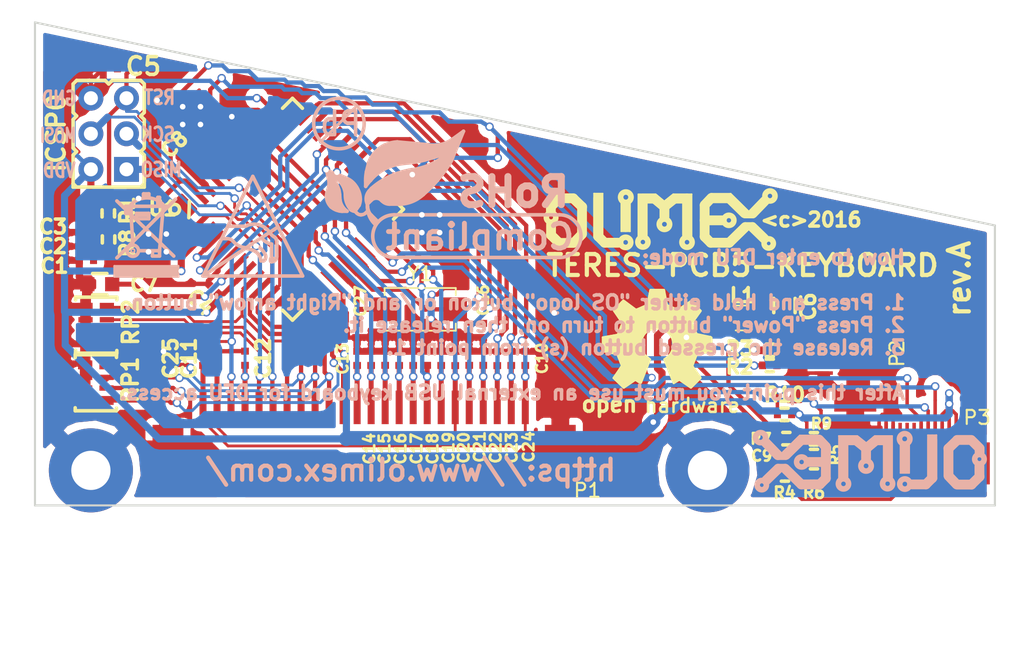
<source format=kicad_pcb>
(kicad_pcb (version 20211014) (generator pcbnew)
  (layers (0 "F.Cu" signal) (31 "B.Cu" signal) (34 "B.Paste" user) (35 "F.Paste" user) (36 "B.SilkS" user "B.Silkscreen") (37 "F.SilkS" user "F.Silkscreen") (38 "B.Mask" user) (39 "F.Mask" user) (44 "Edge.Cuts" user))
  (net 0 "")
  (net 1 "GND")
  (net 2 "/AVDD")
  (net 3 "/VDD")
  (net 4 "/RESET")
  (net 5 "Net-(C7-Pad1)")
  (net 6 "Net-(C8-Pad2)")
  (net 7 "/ABUT0")
  (net 8 "/KBD_X12")
  (net 9 "/KBD_X14")
  (net 10 "/KBD_X7")
  (net 11 "/KBD_X5")
  (net 12 "/KBD_X8")
  (net 13 "/KBD_X10")
  (net 14 "/KBD_X6")
  (net 15 "/KBD_X11")
  (net 16 "/KBD_X4")
  (net 17 "/KBD_X9")
  (net 18 "/KBD_X0")
  (net 19 "/KBD_X3")
  (net 20 "/KBD_X2")
  (net 21 "/KBD_X1")
  (net 22 "Net-(C26-Pad2)")
  (net 23 "Net-(C27-Pad2)")
  (net 24 "/KBD_Y3")
  (net 25 "/KBD_Y1")
  (net 26 "/KBD_Y2")
  (net 27 "/KBD_Y7")
  (net 28 "/KBD_Y0")
  (net 29 "/KBD_Y4")
  (net 30 "/KBD_Y5")
  (net 31 "/KBD_Y6")
  (net 32 "/SDA")
  (net 33 "/SCL")
  (net 34 "/INT")
  (net 35 "/SW_L")
  (net 36 "/SW_R")
  (net 37 "Net-(R2-Pad2)")
  (net 38 "Net-(R3-Pad2)")
  (net 39 "Net-(R5-Pad2)")
  (net 40 "/USB_VBUS")
  (net 41 "/USB_D_P")
  (net 42 "/USB_D_N")
  (net 43 "Net-(P3-Pad6)")
  (footprint "OLIMEX_Connectors-FP:FLEXCON-0.5-6" (layer "F.Cu") (at 165.449 89.301 90)
    (fp_text reference "P2")
    (fp_text value "CONN_01X06")
  )
  (footprint "OLIMEX_Other-FP:Mounting_hole_2.5mm" (layer "F.Cu") (at 111 97.5)
    (fp_text reference "MountingHole" hide)
    (fp_text value "Mounting_hole_2.5mm" hide)
  )
  (footprint "OLIMEX_Other-FP:Mounting_hole_2.5mm" (layer "F.Cu") (at 155 97.5)
    (fp_text reference "MountingHole" hide)
    (fp_text value "Mounting_hole_2.5mm" hide)
  )
  (footprint "OLIMEX_LOGOs-FP:OLIMEX_LOGO_TB" (layer "F.Cu") (at 151.8285 79.5655)
    (fp_text reference "" hide)
    (fp_text value "" hide)
  )
  (footprint "OLIMEX_LOGOs-FP:LOGO_OPENHARDWARE_8x8" (layer "F.Cu") (at 151.4 88.6)
    (fp_text reference "" hide)
    (fp_text value "" hide)
  )
  (footprint "FLEXCON-0.5-12" (layer "F.Cu") (at 170 99)
    (fp_text reference "P3")
    (fp_text value "CONN_01X12")
  )
  (footprint "OLIMEX_Connectors-FP:FLEX-CONN-KBD-TERES-24x1" (layer "F.Cu") (at 130.5 94.5 180)
    (fp_text reference "P1")
    (fp_text value "CONN_01X24")
  )
  (footprint "OLIMEX_RLC-FP:C0402" (layer "F.Cu") (at 110.6805 82.4865)
    (fp_text reference "C1")
    (fp_text value "220nF")
  )
  (footprint "OLIMEX_RLC-FP:C0402" (layer "F.Cu") (at 110.6805 81.496)
    (fp_text reference "C2")
    (fp_text value "220nF")
  )
  (footprint "OLIMEX_RLC-FP:C0402" (layer "F.Cu") (at 110.6805 80.518)
    (fp_text reference "C3")
    (fp_text value "100nF")
  )
  (footprint "OLIMEX_RLC-FP:C0402" (layer "F.Cu") (at 119.73921 84.53621 -45)
    (fp_text reference "C4")
    (fp_text value "100nF")
  )
  (footprint "OLIMEX_RLC-FP:C0402" (layer "F.Cu") (at 112.386 68.796 180)
    (fp_text reference "C5")
    (fp_text value "100nF")
  )
  (footprint "OLIMEX_RLC-FP:C_0603_5MIL_DWS" (layer "F.Cu") (at 160.495 85.725 -90)
    (fp_text reference "C6")
    (fp_text value "1uF")
  )
  (footprint "OLIMEX_RLC-FP:C_0603_5MIL_DWS" (layer "F.Cu") (at 111.633 84.201 180)
    (fp_text reference "C7")
    (fp_text value "1uF")
  )
  (footprint "OLIMEX_RLC-FP:C0402" (layer "F.Cu") (at 117.856 75.0965 -135)
    (fp_text reference "C8")
    (fp_text value "100nF")
  )
  (footprint "OLIMEX_RLC-FP:C0402" (layer "F.Cu") (at 160.6312 96.4532 180)
    (fp_text reference "C9")
    (fp_text value "100nF")
  )
  (footprint "OLIMEX_RLC-FP:C0402" (layer "F.Cu") (at 142 89.5 90)
    (fp_text reference "C10")
    (fp_text value "1nF")
  )
  (footprint "OLIMEX_RLC-FP:C0402" (layer "F.Cu") (at 120 89.5 90)
    (fp_text reference "C11")
    (fp_text value "1nF")
  )
  (footprint "OLIMEX_RLC-FP:C0402" (layer "F.Cu") (at 122 89.492 90)
    (fp_text reference "C12")
    (fp_text value "1nF")
  )
  (footprint "OLIMEX_RLC-FP:C0402" (layer "F.Cu") (at 130 89.5 90)
    (fp_text reference "C13")
    (fp_text value "1nF")
  )
  (footprint "OLIMEX_RLC-FP:C0402" (layer "F.Cu") (at 131 89.5 90)
    (fp_text reference "C14")
    (fp_text value "1nF")
  )
  (footprint "OLIMEX_RLC-FP:C0402" (layer "F.Cu") (at 132 89.492 90)
    (fp_text reference "C15")
    (fp_text value "1nF")
  )
  (footprint "OLIMEX_RLC-FP:C0402" (layer "F.Cu") (at 133 89.5 90)
    (fp_text reference "C16")
    (fp_text value "1nF")
  )
  (footprint "OLIMEX_RLC-FP:C0402" (layer "F.Cu") (at 134 89.5 90)
    (fp_text reference "C17")
    (fp_text value "1nF")
  )
  (footprint "OLIMEX_RLC-FP:C0402" (layer "F.Cu") (at 135 89.492 90)
    (fp_text reference "C18")
    (fp_text value "1nF")
  )
  (footprint "OLIMEX_RLC-FP:C0402" (layer "F.Cu") (at 136 89.5 90)
    (fp_text reference "C19")
    (fp_text value "1nF")
  )
  (footprint "OLIMEX_RLC-FP:C0402" (layer "F.Cu") (at 137 89.508 90)
    (fp_text reference "C20")
    (fp_text value "1nF")
  )
  (footprint "OLIMEX_RLC-FP:C0402" (layer "F.Cu") (at 138 89.492 90)
    (fp_text reference "C21")
    (fp_text value "1nF")
  )
  (footprint "OLIMEX_RLC-FP:C0402" (layer "F.Cu") (at 139 89.492 90)
    (fp_text reference "C22")
    (fp_text value "1nF")
  )
  (footprint "OLIMEX_RLC-FP:C0402" (layer "F.Cu") (at 140 89.508 90)
    (fp_text reference "C23")
    (fp_text value "1nF")
  )
  (footprint "OLIMEX_RLC-FP:C0402" (layer "F.Cu") (at 141 89.5 90)
    (fp_text reference "C24")
    (fp_text value "1nF")
  )
  (footprint "OLIMEX_RLC-FP:C0402" (layer "F.Cu") (at 119 89.5 90)
    (fp_text reference "C25")
    (fp_text value "1nF")
  )
  (footprint "OLIMEX_RLC-FP:C0402" (layer "F.Cu") (at 139 87.508 -90)
    (fp_text reference "C26")
    (fp_text value "22pF")
  )
  (footprint "OLIMEX_RLC-FP:C0402" (layer "F.Cu") (at 130 87.508 -90)
    (fp_text reference "C27")
    (fp_text value "22pF")
  )
  (footprint "OLIMEX_Connectors-FP:HN2x3" (layer "F.Cu") (at 112.27 73.46 90)
    (fp_text reference "ICSP0")
    (fp_text value "d.n.p.(HR2x3)")
  )
  (footprint "OLIMEX_RLC-FP:L_0805_5MIL_DWS" (layer "F.Cu") (at 157.447 86.614)
    (fp_text reference "L1")
    (fp_text value "FB0805")
  )
  (footprint "OLIMEX_RLC-FP:R_0402_5MIL_DWS" (layer "F.Cu") (at 112.2425 79.1464 -90)
    (fp_text reference "R1")
    (fp_text value "10K")
  )
  (footprint "OLIMEX_RLC-FP:R_0402_5MIL_DWS" (layer "F.Cu") (at 159.449 90 180)
    (fp_text reference "R2")
    (fp_text value "22R")
  )
  (footprint "OLIMEX_RLC-FP:R_0402_5MIL_DWS" (layer "F.Cu") (at 159.449 88.9249 180)
    (fp_text reference "R3")
    (fp_text value "22R")
  )
  (footprint "OLIMEX_RLC-FP:R_0402_5MIL_DWS" (layer "F.Cu") (at 160.5296 97.8248 180)
    (fp_text reference "R4")
    (fp_text value "10K")
  )
  (footprint "OLIMEX_RLC-FP:R_0402_5MIL_DWS" (layer "F.Cu") (at 162.603 96.4405)
    (fp_text reference "R5")
    (fp_text value "10K")
  )
  (footprint "OLIMEX_RLC-FP:R_0402_5MIL_DWS" (layer "F.Cu") (at 162.603 97.8375 180)
    (fp_text reference "R6")
    (fp_text value "10K")
  )
  (footprint "OLIMEX_RLC-FP:R_0402_5MIL_DWS" (layer "F.Cu") (at 160.6312 95.234 180)
    (fp_text reference "R7")
    (fp_text value "10K")
  )
  (footprint "OLIMEX_RLC-FP:R_0402_5MIL_DWS" (layer "F.Cu") (at 112.262 81.004 -90)
    (fp_text reference "R8")
    (fp_text value "22R")
  )
  (footprint "OLIMEX_RLC-FP:R_0402_5MIL_DWS" (layer "F.Cu") (at 162.5964 95.2467 180)
    (fp_text reference "R9")
    (fp_text value "10K")
  )
  (footprint "OLIMEX_RLC-FP:R_0402_5MIL_DWS" (layer "F.Cu") (at 160.5 93.5)
    (fp_text reference "R10")
    (fp_text value "10K")
  )
  (footprint "OLIMEX_RLC-FP:R_MATRIX_4" (layer "F.Cu") (at 111.3536 91.2368 -90)
    (fp_text reference "RP1")
    (fp_text value "4x1.5K_RA1206")
  )
  (footprint "OLIMEX_RLC-FP:R_MATRIX_4" (layer "F.Cu") (at 111.379 87.122 -90)
    (fp_text reference "RP2")
    (fp_text value "4x1.5K_RA1206")
  )
  (footprint "OLIMEX_IC-FP:TQFP44" (layer "F.Cu") (at 125.386113 78.850483 -45)
    (fp_text reference "U1")
    (fp_text value "ATMEGA16U4-A")
  )
  (footprint "OLIMEX_Crystal-FP:Q5x3.25" (layer "F.Cu") (at 134.5 86 180)
    (fp_text reference "Y1")
    (fp_text value "16.000MHz/SMD5x3.2/12pF" hide)
  )
  (footprint "OLIMEX_Other-FP:Fiducial1x3_transp" (layer "F.Cu") (at 109 68)
    (fp_text reference "")
    (fp_text value "")
  )
  (footprint "OLIMEX_Other-FP:Fiducial1x3_transp" (layer "F.Cu") (at 172.593 88.773)
    (fp_text reference "")
    (fp_text value "")
  )
  (footprint "OLIMEX_Other-FP:Fiducial1x3_transp" (layer "F.Cu") (at 121 98)
    (fp_text reference "")
    (fp_text value "")
  )
  (footprint "OLIMEX_Other-FP:via_04_055" (layer "F.Cu") (at 134.62 79.248)
    (fp_text reference "" hide)
    (fp_text value "")
  )
  (footprint "OLIMEX_Other-FP:via_04_055" (layer "F.Cu") (at 135.89 79.248)
    (fp_text reference "" hide)
    (fp_text value "")
  )
  (footprint "OLIMEX_Other-FP:via_04_055" (layer "F.Cu") (at 134.62 80.518)
    (fp_text reference "" hide)
    (fp_text value "")
  )
  (footprint "OLIMEX_Other-FP:via_04_055" (layer "F.Cu") (at 135.89 80.518)
    (fp_text reference "" hide)
    (fp_text value "")
  )
  (footprint "OLIMEX_Other-FP:via_04_055" (layer "F.Cu") (at 116.3828 81.8896)
    (fp_text reference "" hide)
    (fp_text value "")
  )
  (footprint "OLIMEX_Other-FP:via_04_055" (layer "F.Cu") (at 115.1128 81.8896)
    (fp_text reference "" hide)
    (fp_text value "")
  )
  (footprint "OLIMEX_Other-FP:via_04_055" (layer "F.Cu") (at 116.3828 80.6196)
    (fp_text reference "" hide)
    (fp_text value "")
  )
  (footprint "OLIMEX_Other-FP:via_04_055" (layer "F.Cu") (at 115.1128 80.6196)
    (fp_text reference "" hide)
    (fp_text value "")
  )
  (footprint "OLIMEX_Other-FP:via_04_055" (layer "F.Cu") (at 118.8212 72.7964)
    (fp_text reference "" hide)
    (fp_text value "")
  )
  (footprint "OLIMEX_Other-FP:via_04_055" (layer "F.Cu") (at 117.5512 72.7964)
    (fp_text reference "" hide)
    (fp_text value "")
  )
  (footprint "OLIMEX_Other-FP:via_04_055" (layer "F.Cu") (at 118.8212 71.5264)
    (fp_text reference "" hide)
    (fp_text value "")
  )
  (footprint "OLIMEX_Other-FP:via_04_055" (layer "F.Cu") (at 117.5512 71.5264)
    (fp_text reference "" hide)
    (fp_text value "")
  )
  (footprint "OLIMEX_Other-FP:via_04_055" (layer "F.Cu") (at 121.0564 72.2376)
    (fp_text reference "" hide)
    (fp_text value "")
  )
  (footprint "OLIMEX_Other-FP:via_04_055" (layer "F.Cu") (at 116.1796 89.0016)
    (fp_text reference "" hide)
    (fp_text value "")
  )
  (footprint "OLIMEX_Other-FP:via_04_055" (layer "F.Cu") (at 135.3312 84.9376)
    (fp_text reference "" hide)
    (fp_text value "")
  )
  (footprint "OLIMEX_Other-FP:via_04_055" (layer "F.Cu") (at 135.2804 86.6648)
    (fp_text reference "" hide)
    (fp_text value "")
  )
  (footprint "OLIMEX_Other-FP:via_04_055" (layer "F.Cu") (at 144.0688 86.2584)
    (fp_text reference "" hide)
    (fp_text value "")
  )
  (footprint "OLIMEX_Other-FP:via_04_055" (layer "F.Cu") (at 151.0284 90.8812)
    (fp_text reference "" hide)
    (fp_text value "")
  )
  (footprint "OLIMEX_Other-FP:via_04_055" (layer "F.Cu") (at 114.4016 78.0796)
    (fp_text reference "" hide)
    (fp_text value "")
  )
  (footprint "OLIMEX_Other-FP:via_04_055" (layer "F.Cu") (at 115.7224 71.0692)
    (fp_text reference "" hide)
    (fp_text value "")
  )
  (footprint "OLIMEX_LOGOs-FP:LOGO_ANTISTATIC_1" (layer "B.Cu") (at 126.111 83.6168 180)
    (fp_text reference "Ref**" hide)
    (fp_text value "Val**" hide)
  )
  (footprint "OLIMEX_LOGOs-FP:LOGO_PBFREE" (layer "B.Cu") (at 128.905 72.4154)
    (fp_text reference "")
    (fp_text value "")
  )
  (footprint "OLIMEX_LOGOs-FP:LOGO_ROHS_1" (layer "B.Cu") (at 144.9578 81.661 180)
    (fp_text reference "Ref**" hide)
    (fp_text value "Val**" hide)
  )
  (footprint "OLIMEX_LOGOs-FP:LOGO_RECYCLEBIN_1" (layer "B.Cu") (at 117.2972 83.7184 180)
    (fp_text reference "" hide)
    (fp_text value "" hide)
  )
  (footprint "OLIMEX_LOGOs-FP:OLIMEX_LOGO_TB" (layer "B.Cu") (at 166.4208 96.8248 180)
    (fp_text reference "" hide)
    (fp_text value "" hide)
  )
  (gr_line (start 107.0102 99.9998) (end 175.514 99.9998) (layer "Edge.Cuts") (width 0.15))
  (gr_line (start 107.0102 99.9998) (end 107.0102 65.5066) (layer "Edge.Cuts") (width 0.15))
  (gr_line (start 175.514 99.9998) (end 175.514 80.01) (layer "Edge.Cuts") (width 0.15))
  (gr_line (start 175.514 80.01) (end 107.0102 65.5066) (layer "Edge.Cuts") (width 0.15))
  (gr_text "https://www.olimex.com/" (at 133.8326 97.4852) (layer "B.SilkS") (effects (font (size 1.5 1.5) (thickness 0.3)) (justify mirror)))
  (gr_text "SCK" (at 115.7986 73.5076) (layer "B.SilkS") (effects (font (size 1 0.8) (thickness 0.2)) (justify mirror)))
  (gr_text "How to enter DFU mode:\n\n1. Press and hold either \"OS logo\" button or/and \"Right arrow\" button.\n2. Press \"Power\" button to turn on, then release it.\n3. Release the pressed button (s) from point 1.\n\nAfter this point you must use an external USB keyboard for DFU access." (at 169.2275 87.122) (layer "B.SilkS") (effects (font (size 1 1) (thickness 0.25)) (justify left mirror)))
  (gr_text "VDD" (at 108.7374 76.073) (layer "B.SilkS") (effects (font (size 1 0.8) (thickness 0.2)) (justify mirror)))
  (gr_text "GND" (at 108.7374 70.9422) (layer "B.SilkS") (effects (font (size 1 0.8) (thickness 0.2)) (justify mirror)))
  (gr_text "MISO" (at 116.0272 76.0222) (layer "B.SilkS") (effects (font (size 1 0.8) (thickness 0.2)) (justify mirror)))
  (gr_text "RST" (at 115.9002 70.866) (layer "B.SilkS") (effects (font (size 1 0.8) (thickness 0.2)) (justify mirror)))
  (gr_text "MOSI" (at 108.6612 73.5838) (layer "B.SilkS") (effects (font (size 1 0.7) (thickness 0.175)) (justify mirror)))
  (gr_text "TERES-PCB5-KEYBOARD" (at 157.5 82.8675) (layer "F.SilkS") (effects (font (size 1.5 1.5) (thickness 0.3))))
  (gr_text "<c>2016" (at 162.4 79.6) (layer "F.SilkS") (effects (font (size 1 1) (thickness 0.25))))
  (gr_text "rev.A" (at 172.974 83.82 90) (layer "F.SilkS") (effects (font (size 1.5 1.5) (thickness 0.3))))
  (segment (start 173.85 92.484078) (end 173.85 96.292) (width 0.508) (layer "F.Cu") (net 1))
  (segment (start 134.008 88.984) (end 134 88.992) (width 0.3556) (layer "F.Cu") (net 1))
  (segment (start 120.082814 83.263166) (end 119.38 83.96598) (width 0.3556) (layer "F.Cu") (net 1))
  (segment (start 166.349 87.9035) (end 166.349 89.25) (width 0.508) (layer "F.Cu") (net 1))
  (segment (start 128.992356 84.719468) (end 128.992356 86.015556) (width 0.3556) (layer "F.Cu") (net 1))
  (segment (start 117.49679 75.455092) (end 117.194657 75.152959) (width 0.3048) (layer "F.Cu") (net 1))
  (segment (start 135.3312 84.9376) (end 135.720108 84.9376) (width 0.3048) (layer "F.Cu") (net 1))
  (segment (start 129.4202 88.016) (end 130 88.016) (width 0.3048) (layer "F.Cu") (net 1))
  (segment (start 128.21454 83.941652) (end 128.992356 84.719468) (width 0.3556) (layer "F.Cu") (net 1))
  (segment (start 131.008 88.984) (end 131 88.992) (width 0.3556) (layer "F.Cu") (net 1))
  (segment (start 133 88.992) (end 132.008 88.992) (width 0.3556) (layer "F.Cu") (net 1))
  (segment (start 111 69.674) (end 111.878 68.796) (width 0.3048) (layer "F.Cu") (net 1))
  (segment (start 167.75 93.5) (end 167.75 92.314646) (width 0.3048) (layer "F.Cu") (net 1))
  (segment (start 129.2352 87.2762) (end 129.3368 87.3778) (width 0.3048) (layer "F.Cu") (net 1))
  (segment (start 166.349 89.25) (end 170.450398 89.25) (width 0.508) (layer "F.Cu") (net 1))
  (segment (start 110.617 88.392) (end 110.617 89.1032) (width 0.508) (layer "F.Cu") (net 1))
  (segment (start 137.016 88.984) (end 137 89) (width 0.3556) (layer "F.Cu") (net 1))
  (segment (start 110.617 91.059) (end 110.617 91.821) (width 0.508) (layer "F.Cu") (net 1))
  (segment (start 140 89) (end 139.016 89) (width 0.3556) (layer "F.Cu") (net 1))
  (segment (start 166.349 89.25) (end 166.349 91.651) (width 0.508) (layer "F.Cu") (net 1))
  (segment (start 111 70.92) (end 111 69.674) (width 0.3048) (layer "F.Cu") (net 1))
  (segment (start 136.299735 80.927735) (end 136.164999 80.792999) (width 0.3048) (layer "F.Cu") (net 1))
  (segment (start 167.75 93.5) (end 168.2 93.5) (width 0.25) (layer "F.Cu") (net 1))
  (segment (start 167.75 92.314646) (end 167.012646 92.314646) (width 0.3048) (layer "F.Cu") (net 1))
  (segment (start 135 86.9452) (end 135.2804 86.6648) (width 0.508) (layer "F.Cu") (net 1))
  (segment (start 119.163573 77.122493) (end 117.49679 75.45571) (width 0.508) (layer "F.Cu") (net 1))
  (segment (start 110.617 89.1032) (end 110.617 90.17) (width 0.508) (layer "F.Cu") (net 1))
  (segment (start 117.194657 73.541851) (end 117.5512 73.185308) (width 0.3048) (layer "F.Cu") (net 1))
  (segment (start 117.49679 75.45571) (end 117.49679 75.455092) (width 0.3048) (layer "F.Cu") (net 1))
  (segment (start 132.008 88.992) (end 132 88.984) (width 0.3556) (layer "F.Cu") (net 1))
  (segment (start 132 88.984) (end 131.008 88.984) (width 0.3556) (layer "F.Cu") (net 1))
  (segment (start 161.75 90.5) (end 161.75 90.25) (width 0.508) (layer "F.Cu") (net 1))
  (segment (start 130 88.016) (end 130 88.992) (width 0.3556) (layer "F.Cu") (net 1))
  (segment (start 119.163573 77.153427) (end 119.163573 77.122493) (width 0.508) (layer "F.Cu") (net 1))
  (segment (start 120.86063 82.244596) (end 120.082814 83.022412) (width 0.3556) (layer "F.Cu") (net 1))
  (segment (start 167.012646 92.314646) (end 166.349 91.651) (width 0.3048) (layer "F.Cu") (net 1))
  (segment (start 139.016 89) (end 139 88.984) (width 0.3556) (layer "F.Cu") (net 1))
  (segment (start 138 88.984) (end 137.016 88.984) (width 0.3556) (layer "F.Cu") (net 1))
  (segment (start 122 88.984) (end 120.8574 88.984) (width 0.3048) (layer "F.Cu") (net 1))
  (segment (start 136.164999 80.792999) (end 135.89 80.518) (width 0.3048) (layer "F.Cu") (net 1))
  (segment (start 168.25 94.75) (end 168.25 94.295487) (width 0.25) (layer "F.Cu") (net 1))
  (segment (start 135 88.984) (end 135 86.9452) (width 0.508) (layer "F.Cu") (net 1))
  (segment (start 173.85 96.292) (end 173.85 97.9) (width 0.508) (layer "F.Cu") (net 1))
  (segment (start 110.1725 82.4865) (end 110.1725 81.496) (width 0.508) (layer "F.Cu") (net 1))
  (segment (start 167.75 93.5) (end 167.75 94.75) (width 0.25) (layer "F.Cu") (net 1))
  (segment (start 116.1796 89.0016) (end 118.9904 89.0016) (width 0.3048) (layer "F.Cu") (net 1))
  (segment (start 135.720108 84.9376) (end 136.299735 84.357973) (width 0.3048) (layer "F.Cu") (net 1))
  (segment (start 139 88.984) (end 138 88.984) (width 0.3556) (layer "F.Cu") (net 1))
  (segment (start 166.349 91.651) (end 164.169327 91.651) (width 0.508) (layer "F.Cu") (net 1))
  (segment (start 132.174338 77.719112) (end 133.091112 77.719112) (width 0.508) (layer "F.Cu") (net 1))
  (segment (start 168.25 93.55) (end 168.25 94.75) (width 0.25) (layer "F.Cu") (net 1))
  (segment (start 160.495 84.836) (end 162.351983 84.836) (width 0.508) (layer "F.Cu") (net 1))
  (segment (start 136 88.992) (end 135.008 88.992) (width 0.3556) (layer "F.Cu") (net 1))
  (segment (start 140.008 88.992) (end 140 89) (width 0.3556) (layer "F.Cu") (net 1))
  (segment (start 136.299735 84.357973) (end 136.299735 80.927735) (width 0.3048) (layer "F.Cu") (net 1))
  (segment (start 121.438264 71.855736) (end 121.331399 71.962601) (width 0.508) (layer "F.Cu") (net 1))
  (segment (start 110.1725 83.6725) (end 110.2155 83.6725) (width 0.508) (layer "F.Cu") (net 1))
  (segment (start 110.1725 80.518) (end 110.1725 81.496) (width 0.508) (layer "F.Cu") (net 1))
  (segment (start 133.091112 77.719112) (end 134.62 79.248) (width 0.508) (layer "F.Cu") (net 1))
  (segment (start 172.446397 91.245999) (end 172.611921 91.245999) (width 0.508) (layer "F.Cu") (net 1))
  (segment (start 120.8574 88.984) (end 120.8574 88.992) (width 0.3048) (layer "F.Cu") (net 1))
  (segment (start 167.481958 93.5) (end 167.25 93.731958) (width 0.25) (layer "F.Cu") (net 1))
  (segment (start 123.689057 72.627943) (end 123.681943 72.627943) (width 0.508) (layer "F.Cu") (net 1))
  (segment (start 116.0286 84.177) (end 115.1128 83.2612) (width 0.3048) (layer "F.Cu") (net 1))
  (segment (start 119 88.992) (end 120 88.992) (width 0.3556) (layer "F.Cu") (net 1))
  (segment (start 161.940959 90.051) (end 161.75 90.241959) (width 0.25) (layer "F.Cu") (net 1))
  (segment (start 142 88.992) (end 141 88.992) (width 0.3556) (layer "F.Cu") (net 1))
  (segment (start 121.331399 71.962601) (end 121.0564 72.2376) (width 0.508) (layer "F.Cu") (net 1))
  (segment (start 139 88.016) (end 139 88.984) (width 0.3556) (layer "F.Cu") (net 1))
  (segment (start 163.83142 86.315437) (end 165.382563 86.315437) (width 0.508) (layer "F.Cu") (net 1))
  (segment (start 110.6678 89.154) (end 115.638292 89.154) (width 0.3048) (layer "F.Cu") (net 1))
  (segment (start 161.75 91) (end 161.75 90.5) (width 0.508) (layer "F.Cu") (net 1))
  (segment (start 170.450398 89.25) (end 172.446397 91.245999) (width 0.508) (layer "F.Cu") (net 1))
  (segment (start 160.1232 96.4532) (end 159.3652 96.4532) (width 0.508) (layer "F.Cu") (net 1))
  (segment (start 159.3652 96.4532) (end 159 96.8184) (width 0.508) (layer "F.Cu") (net 1))
  (segment (start 122.909736 71.855736) (end 121.438264 71.855736) (width 0.508) (layer "F.Cu") (net 1))
  (segment (start 110.617 89.1032) (end 110.6678 89.154) (width 0.3048) (layer "F.Cu") (net 1))
  (segment (start 129.2352 86.868) (end 129.2352 87.2762) (width 0.3048) (layer "F.Cu") (net 1))
  (segment (start 110.744 85.725) (end 110.617 85.852) (width 0.508) (layer "F.Cu") (net 1))
  (segment (start 110.617 90.17) (end 110.617 91.059) (width 0.508) (layer "F.Cu") (net 1))
  (segment (start 134 88.992) (end 133 88.992) (width 0.3556) (layer "F.Cu") (net 1))
  (segment (start 129.2352 86.2584) (end 129.2352 86.868) (width 0.3556) (layer "F.Cu") (net 1))
  (segment (start 110.617 85.852) (end 110.617 86.741) (width 0.508) (layer "F.Cu") (net 1))
  (segment (start 115.790692 89.0016) (end 116.1796 89.0016) (width 0.3048) (layer "F.Cu") (net 1))
  (segment (start 110.617 86.741) (end 110.617 87.503) (width 0.508) (layer "F.Cu") (net 1))
  (segment (start 136 88.992) (end 136 87.3844) (width 0.508) (layer "F.Cu") (net 1))
  (segment (start 172.611921 91.245999) (end 173.85 92.484078) (width 0.508) (layer "F.Cu") (net 1))
  (segment (start 166.349 86.3015) (end 166.349 87.9035) (width 0.508) (layer "F.Cu") (net 1))
  (segment (start 110.617 87.503) (end 110.617 88.392) (width 0.508) (layer "F.Cu") (net 1))
  (segment (start 123.681943 72.627943) (end 122.909736 71.855736) (width 0.508) (layer "F.Cu") (net 1))
  (segment (start 119.38 84.177) (end 116.0286 84.177) (width 0.3048) (layer "F.Cu") (net 1))
  (segment (start 120.082814 83.022412) (end 120.082814 83.263166) (width 0.3556) (layer "F.Cu") (net 1))
  (segment (start 136.008 89) (end 136 88.992) (width 0.3556) (layer "F.Cu") (net 1))
  (segment (start 161.801 90.551) (end 161.75 90.5) (width 0.25) (layer "F.Cu") (net 1))
  (segment (start 135 88.984) (end 134.008 88.984) (width 0.3556) (layer "F.Cu") (net 1))
  (segment (start 162.351983 84.836) (end 163.83142 86.315437) (width 0.508) (layer "F.Cu") (net 1))
  (segment (start 129.3368 87.3778) (end 129.3368 87.9326) (width 0.3048) (layer "F.Cu") (net 1))
  (segment (start 165.549 96.799) (end 165.75 97) (width 0.25) (layer "F.Cu") (net 1))
  (segment (start 163.199 90.551) (end 161.801 90.551) (width 0.25) (layer "F.Cu") (net 1))
  (segment (start 129.3368 87.9326) (end 129.4202 88.016) (width 0.3048) (layer "F.Cu") (net 1))
  (segment (start 110.617 91.821) (end 110.617 92.71) (width 0.508) (layer "F.Cu") (net 1))
  (segment (start 163.768327 91.25) (end 162 91.25) (width 0.508) (layer "F.Cu") (net 1))
  (segment (start 115.638292 89.154) (end 115.790692 89.0016) (width 0.3048) (layer "F.Cu") (net 1))
  (segment (start 119.38 83.96598) (end 119.38 84.177) (width 0.3556) (layer "F.Cu") (net 1))
  (segment (start 110.2155 83.6725) (end 110.744 84.201) (width 0.508) (layer "F.Cu") (net 1))
  (segment (start 168.2 93.5) (end 168.25 93.55) (width 0.25) (layer "F.Cu") (net 1))
  (segment (start 135.008 88.992) (end 135 88.984) (width 0.3556) (layer "F.Cu") (net 1))
  (segment (start 167.75 93.5) (end 167.481958 93.5) (width 0.25) (layer "F.Cu") (net 1))
  (segment (start 163.199 90.051) (end 161.940959 90.051) (width 0.25) (layer "F.Cu") (net 1))
  (segment (start 141 88.992) (end 140.008 88.992) (width 0.3556) (layer "F.Cu") (net 1))
  (segment (start 120.8574 88.992) (end 120 88.992) (width 0.3048) (layer "F.Cu") (net 1))
  (segment (start 117.194657 75.152959) (end 117.194657 73.541851) (width 0.3048) (layer "F.Cu") (net 1))
  (segment (start 131 88.992) (end 130 88.992) (width 0.3556) (layer "F.Cu") (net 1))
  (segment (start 136 87.3844) (end 135.2804 86.6648) (width 0.508) (layer "F.Cu") (net 1))
  (segment (start 110.1725 82.4865) (end 110.1725 83.6725) (width 0.508) (layer "F.Cu") (net 1))
  (segment (start 110.744 84.201) (end 110.744 85.725) (width 0.508) (layer "F.Cu") (net 1))
  (segment (start 118.9904 89.0016) (end 119 88.992) (width 0.3048) (layer "F.Cu") (net 1))
  (segment (start 167.25 93.731958) (end 167.25 94.75) (width 0.25) (layer "F.Cu") (net 1))
  (segment (start 128.992356 86.015556) (end 129.2352 86.2584) (width 0.3556) (layer "F.Cu") (net 1))
  (segment (start 161.75 90.241959) (end 161.75 90.25) (width 0.25) (layer "F.Cu") (net 1))
  (segment (start 159 96.8184) (end 159 98.518843) (width 0.508) (layer "F.Cu") (net 1))
  (segment (start 137 89) (end 136.008 89) (width 0.3556) (layer "F.Cu") (net 1))
  (segment (start 165.549 92.401) (end 165.549 96.799) (width 0.25) (layer "F.Cu") (net 1))
  (segment (start 162 91.25) (end 161.75 91) (width 0.508) (layer "F.Cu") (net 1))
  (segment (start 165.382563 86.315437) (end 166.349 86.3015) (width 0.508) (layer "F.Cu") (net 1))
  (segment (start 115.1128 83.2612) (end 115.1128 81.8896) (width 0.3048) (layer "F.Cu") (net 1))
  (segment (start 117.5512 73.185308) (end 117.5512 72.7964) (width 0.3048) (layer "F.Cu") (net 1))
  (segment (start 164.169327 91.651) (end 163.768327 91.25) (width 0.508) (layer "F.Cu") (net 1))
  (segment (start 116.3828 80.0608) (end 114.4016 78.0796) (width 0.508) (layer "B.Cu") (net 1))
  (segment (start 138.908352 81.148752) (end 144.0688 86.3092) (width 1.016) (layer "B.Cu") (net 1))
  (segment (start 136.520752 81.148752) (end 138.908352 81.148752) (width 1.016) (layer "B.Cu") (net 1))
  (segment (start 135.2804 84.9884) (end 135.3312 84.9376) (width 0.508) (layer "B.Cu") (net 1))
  (segment (start 116.3828 80.6196) (end 116.3828 80.0608) (width 0.508) (layer "B.Cu") (net 1))
  (segment (start 148.083678 90.8812) (end 150.639492 90.8812) (width 0.508) (layer "B.Cu") (net 1))
  (segment (start 144.0688 86.866322) (end 148.083678 90.8812) (width 0.508) (layer "B.Cu") (net 1))
  (segment (start 144.0688 86.2584) (end 144.0688 86.866322) (width 0.508) (layer "B.Cu") (net 1))
  (segment (start 135.2804 86.6648) (end 135.2804 84.9884) (width 0.508) (layer "B.Cu") (net 1))
  (segment (start 150.639492 90.8812) (end 151.0284 90.8812) (width 0.508) (layer "B.Cu") (net 1))
  (segment (start 135.89 80.518) (end 136.520752 81.148752) (width 1.016) (layer "B.Cu") (net 1))
  (segment (start 117.348 76.835) (end 116.689847 76.176847) (width 0.3048) (layer "F.Cu") (net 2))
  (segment (start 116.689847 71.270153) (end 119.080001 68.879999) (width 0.3048) (layer "F.Cu") (net 2))
  (segment (start 117.820072 76.941296) (end 117.820072 76.926072) (width 0.3556) (layer "F.Cu") (net 2))
  (segment (start 153.5 89.1656) (end 159.5684 95.234) (width 0.3048) (layer "F.Cu") (net 2))
  (segment (start 153.5 88) (end 153.5 89.1656) (width 0.3048) (layer "F.Cu") (net 2))
  (segment (start 112.627 81.512) (end 112.262 81.512) (width 0.3556) (layer "F.Cu") (net 2))
  (segment (start 140.035596 73.540444) (end 140.035596 74.752739) (width 0.3048) (layer "F.Cu") (net 2))
  (segment (start 132.386799 76.375281) (end 133.512455 76.375281) (width 0.3048) (layer "F.Cu") (net 2))
  (segment (start 117.820072 76.926072) (end 117.729 76.835) (width 0.3556) (layer "F.Cu") (net 2))
  (segment (start 159.5684 95.234) (end 160.1232 95.234) (width 0.3048) (layer "F.Cu") (net 2))
  (segment (start 112.262 81.512) (end 111.2045 81.512) (width 0.508) (layer "F.Cu") (net 2))
  (segment (start 111.1885 81.496) (end 111.1885 82.4865) (width 0.508) (layer "F.Cu") (net 2))
  (segment (start 118.597888 77.719112) (end 117.820072 76.941296) (width 0.3556) (layer "F.Cu") (net 2))
  (segment (start 117.729 76.835) (end 117.348 76.835) (width 0.3556) (layer "F.Cu") (net 2))
  (segment (start 112.649 81.534) (end 112.627 81.512) (width 0.3556) (layer "F.Cu") (net 2))
  (segment (start 116.689847 76.176847) (end 116.689847 71.270153) (width 0.3048) (layer "F.Cu") (net 2))
  (segment (start 111.2045 81.512) (end 111.1885 81.496) (width 0.508) (layer "F.Cu") (net 2))
  (segment (start 139.448762 72.95361) (end 140.035596 73.540444) (width 0.3048) (layer "F.Cu") (net 2))
  (segment (start 131.608653 77.153427) (end 132.386799 76.375281) (width 0.3048) (layer "F.Cu") (net 2))
  (segment (start 140.035596 74.752739) (end 140.035596 75.177003) (width 0.3048) (layer "F.Cu") (net 2))
  (segment (start 117.348 76.835) (end 112.649 81.534) (width 0.3556) (layer "F.Cu") (net 2))
  (segment (start 119.080001 68.879999) (end 119.38 68.58) (width 0.3048) (layer "F.Cu") (net 2))
  (segment (start 133.512455 76.375281) (end 133.936719 76.375281) (width 0.3048) (layer "F.Cu") (net 2))
  (via (at 153.5 88) (size 0.6) (drill 0.4) (layers "F.Cu" "B.Cu") (net 2))
  (via (at 140.035596 75.177003) (size 0.6) (drill 0.4) (layers "F.Cu" "B.Cu") (net 2))
  (via (at 133.936719 76.375281) (size 0.6) (drill 0.4) (layers "F.Cu" "B.Cu") (net 2))
  (via (at 119.38 68.58) (size 0.6) (drill 0.4) (layers "F.Cu" "B.Cu") (net 2))
  (via (at 139.448762 72.95361) (size 0.6) (drill 0.4) (layers "F.Cu" "B.Cu") (net 2))
  (segment (start 119.38 68.58) (end 120.396 68.58) (width 0.3048) (layer "B.Cu") (net 2))
  (segment (start 124.8156 69.596) (end 125.0188 69.7992) (width 0.3048) (layer "B.Cu") (net 2))
  (segment (start 120.396 68.58) (end 120.8024 68.9864) (width 0.3048) (layer "B.Cu") (net 2))
  (segment (start 138.8364 72.5932) (end 139.448762 72.95361) (width 0.3048) (layer "B.Cu") (net 2))
  (segment (start 129.0828 70.866) (end 130.6068 70.866) (width 0.3048) (layer "B.Cu") (net 2))
  (segment (start 126.2888 70.0532) (end 127.254 70.0532) (width 0.3048) (layer "B.Cu") (net 2))
  (segment (start 153.5 87.004848) (end 153.5 88) (width 0.3048) (layer "B.Cu") (net 2))
  (segment (start 122.8852 69.596) (end 124.8156 69.596) (width 0.3048) (layer "B.Cu") (net 2))
  (segment (start 126.0348 69.7992) (end 126.2888 70.0532) (width 0.3048) (layer "B.Cu") (net 2))
  (segment (start 130.6068 70.866) (end 131.1148 71.374) (width 0.3048) (layer "B.Cu") (net 2))
  (segment (start 120.8024 68.9864) (end 122.2756 68.9864) (width 0.3048) (layer "B.Cu") (net 2))
  (segment (start 132.7404 71.374) (end 133.2992 71.9328) (width 0.3048) (layer "B.Cu") (net 2))
  (segment (start 140.035596 75.177003) (end 135.134997 75.177003) (width 0.3048) (layer "B.Cu") (net 2))
  (segment (start 135.89 71.9328) (end 136.5504 72.5932) (width 0.3048) (layer "B.Cu") (net 2))
  (segment (start 135.134997 75.177003) (end 134.236718 76.075282) (width 0.3048) (layer "B.Cu") (net 2))
  (segment (start 128.6256 70.4088) (end 129.0828 70.866) (width 0.3048) (layer "B.Cu") (net 2))
  (segment (start 125.0188 69.7992) (end 126.0348 69.7992) (width 0.3048) (layer "B.Cu") (net 2))
  (segment (start 133.2992 71.9328) (end 135.89 71.9328) (width 0.3048) (layer "B.Cu") (net 2))
  (segment (start 136.5504 72.5932) (end 138.8364 72.5932) (width 0.3048) (layer "B.Cu") (net 2))
  (segment (start 141.931643 75.436491) (end 153.5 87.004848) (width 0.3048) (layer "B.Cu") (net 2))
  (segment (start 139.448762 72.95361) (end 141.931643 75.436491) (width 0.3048) (layer "B.Cu") (net 2))
  (segment (start 134.236718 76.075282) (end 133.936719 76.375281) (width 0.3048) (layer "B.Cu") (net 2))
  (segment (start 122.2756 68.9864) (end 122.8852 69.596) (width 0.3048) (layer "B.Cu") (net 2))
  (segment (start 131.1148 71.374) (end 132.7404 71.374) (width 0.3048) (layer "B.Cu") (net 2))
  (segment (start 127.6096 70.4088) (end 128.6256 70.4088) (width 0.3048) (layer "B.Cu") (net 2))
  (segment (start 127.254 70.0532) (end 127.6096 70.4088) (width 0.3048) (layer "B.Cu") (net 2))
  (segment (start 127.648855 84.507337) (end 127.648855 84.532355) (width 0.3048) (layer "F.Cu") (net 3))
  (segment (start 121.992 83.375966) (end 120.472546 84.89542) (width 0.3556) (layer "F.Cu") (net 3))
  (segment (start 124.254742 72.057742) (end 123.1138 70.9168) (width 0.3048) (layer "F.Cu") (net 3))
  (segment (start 111 76) (end 111 78.6384) (width 0.508) (layer "F.Cu") (net 3))
  (segment (start 111.1885 80.518) (end 111.1885 80.225702) (width 0.508) (layer "F.Cu") (net 3))
  (segment (start 128.719128 88.841128) (end 129.0828 89.2048) (width 0.3048) (layer "F.Cu") (net 3))
  (segment (start 128.319462 85.202962) (end 128.319462 86.71069) (width 0.3048) (layer "F.Cu") (net 3))
  (segment (start 128.719128 87.110356) (end 128.719128 88.841128) (width 0.3048) (layer "F.Cu") (net 3))
  (segment (start 127.648855 84.532355) (end 128.319462 85.202962) (width 0.3048) (layer "F.Cu") (net 3))
  (segment (start 111 80.037202) (end 111.604299 80.641501) (width 0.508) (layer "F.Cu") (net 3))
  (segment (start 111.604299 80.641501) (end 112.262 80.641501) (width 0.508) (layer "F.Cu") (net 3))
  (segment (start 151.435004 90.208882) (end 151.757401 90.531279) (width 0.508) (layer "F.Cu") (net 3))
  (segment (start 119.163573 80.547539) (end 117.4496 82.261512) (width 0.508) (layer "F.Cu") (net 3))
  (segment (start 172 93.25) (end 172.5 93.25) (width 0.25) (layer "F.Cu") (net 3))
  (segment (start 172.25 93.25) (end 172.5 93.25) (width 0.25) (layer "F.Cu") (net 3))
  (segment (start 111 78.6384) (end 111 80.037202) (width 0.508) (layer "F.Cu") (net 3))
  (segment (start 151.757401 91.231121) (end 151.435004 91.553518) (width 0.508) (layer "F.Cu") (net 3))
  (segment (start 117.4496 82.261512) (end 117.4496 83.2612) (width 0.508) (layer "F.Cu") (net 3))
  (segment (start 156.431 86.614) (end 152.687619 86.614) (width 0.508) (layer "F.Cu") (net 3))
  (segment (start 120.09842 85.348973) (end 119.239793 86.2076) (width 0.508) (layer "F.Cu") (net 3))
  (segment (start 120.09842 84.89542) (end 120.09842 85.348973) (width 0.508) (layer "F.Cu") (net 3))
  (segment (start 172.5 93.25) (end 172.75 93.5) (width 0.25) (layer "F.Cu") (net 3))
  (segment (start 172.25 93.25) (end 172.25 92.75) (width 0.25) (layer "F.Cu") (net 3))
  (segment (start 162.0884 94.0402) (end 162.0884 95.2467) (width 0.25) (layer "F.Cu") (net 3))
  (segment (start 151.435004 93.750181) (end 151.135005 94.05018) (width 0.508) (layer "F.Cu") (net 3))
  (segment (start 172.75 93.5) (end 172.75 94.75) (width 0.25) (layer "F.Cu") (net 3))
  (segment (start 171.75 94.75) (end 171.75 93.5) (width 0.25) (layer "F.Cu") (net 3))
  (segment (start 112.2425 78.6384) (end 111 78.6384) (width 0.3048) (layer "F.Cu") (net 3))
  (segment (start 123.1138 70.9168) (end 122.8344 70.9168) (width 0.3048) (layer "F.Cu") (net 3))
  (segment (start 172 93.25) (end 172.25 93.25) (width 0.25) (layer "F.Cu") (net 3))
  (segment (start 111.1885 80.225702) (end 111 80.037202) (width 0.508) (layer "F.Cu") (net 3))
  (segment (start 151.435004 91.553518) (end 151.435004 93.750181) (width 0.508) (layer "F.Cu") (net 3))
  (segment (start 124.254742 72.062258) (end 124.254742 72.057742) (width 0.3048) (layer "F.Cu") (net 3))
  (segment (start 151.757401 90.531279) (end 151.757401 91.231121) (width 0.508) (layer "F.Cu") (net 3))
  (segment (start 151.435004 87.866615) (end 151.435004 90.208882) (width 0.508) (layer "F.Cu") (net 3))
  (segment (start 161.5482 93.5) (end 161.008 93.5) (width 0.25) (layer "F.Cu") (net 3))
  (segment (start 128.319462 86.71069) (end 128.719128 87.110356) (width 0.3048) (layer "F.Cu") (net 3))
  (segment (start 171.75 93.5) (end 172 93.25) (width 0.25) (layer "F.Cu") (net 3))
  (segment (start 172.25 92) (end 172.25 93.25) (width 0.508) (layer "F.Cu") (net 3))
  (segment (start 111 76) (end 111 77.704) (width 0.3048) (layer "F.Cu") (net 3))
  (segment (start 120.472546 84.89542) (end 120.09842 84.89542) (width 0.3556) (layer "F.Cu") (net 3))
  (segment (start 152.687619 86.614) (end 151.435004 87.866615) (width 0.508) (layer "F.Cu") (net 3))
  (segment (start 162.0884 94.0402) (end 161.5482 93.5) (width 0.25) (layer "F.Cu") (net 3))
  (segment (start 172.25 94.75) (end 172.25 93.25) (width 0.25) (layer "F.Cu") (net 3))
  (via (at 161.5482 93.5) (size 0.6) (drill 0.4) (layers "F.Cu" "B.Cu") (net 3))
  (via (at 119.239793 86.2076) (size 0.6) (drill 0.4) (layers "F.Cu" "B.Cu") (net 3))
  (via (at 129.0828 89.2048) (size 0.6) (drill 0.4) (layers "F.Cu" "B.Cu") (net 3))
  (via (at 172.25 92.75) (size 0.6) (drill 0.4) (layers "F.Cu" "B.Cu") (net 3))
  (via (at 151.135005 94.05018) (size 0.6) (drill 0.4) (layers "F.Cu" "B.Cu") (net 3))
  (via (at 172.25 92) (size 0.6) (drill 0.4) (layers "F.Cu" "B.Cu") (net 3))
  (via (at 117.4496 83.2612) (size 0.6) (drill 0.4) (layers "F.Cu" "B.Cu") (net 3))
  (via (at 122.8344 70.9168) (size 0.6) (drill 0.4) (layers "F.Cu" "B.Cu") (net 3))
  (segment (start 120.751246 70.9168) (end 119.513045 69.678599) (width 0.3048) (layer "B.Cu") (net 3))
  (segment (start 119.513045 69.678599) (end 110.404127 69.678599) (width 0.3048) (layer "B.Cu") (net 3))
  (segment (start 161.302053 93.254816) (end 161.801238 93.754001) (width 0.508) (layer "B.Cu") (net 3))
  (segment (start 109.1692 86.2076) (end 109.1184 86.1568) (width 0.508) (layer "B.Cu") (net 3))
  (segment (start 109.1184 86.1568) (end 109.1184 83.2612) (width 0.508) (layer "B.Cu") (net 3))
  (segment (start 151.135005 94.05018) (end 151.930369 93.254816) (width 0.508) (layer "B.Cu") (net 3))
  (segment (start 129.215764 95.25) (end 129.2352 95.230564) (width 0.508) (layer "B.Cu") (net 3))
  (segment (start 109.1692 86.2076) (end 109.1692 88.559278) (width 0.508) (layer "B.Cu") (net 3))
  (segment (start 153.2 92.6) (end 158.145184 92.6) (width 0.508) (layer "B.Cu") (net 3))
  (segment (start 115.859922 95.25) (end 129.215764 95.25) (width 0.508) (layer "B.Cu") (net 3))
  (segment (start 129.0828 89.629064) (end 129.0828 89.2048) (width 0.508) (layer "B.Cu") (net 3))
  (segment (start 172.25 92.5) (end 172.25 92) (width 0.508) (layer "B.Cu") (net 3))
  (segment (start 172.25 92.5) (end 172.25 92.75) (width 0.508) (layer "B.Cu") (net 3))
  (segment (start 151.930369 93.254816) (end 152.545184 93.254816) (width 0.508) (layer "B.Cu") (net 3))
  (segment (start 109.1184 77.8816) (end 111 76) (width 0.508) (layer "B.Cu") (net 3))
  (segment (start 110.111001 75.111001) (end 111 76) (width 0.3048) (layer "B.Cu") (net 3))
  (segment (start 109.1692 88.559278) (end 115.859922 95.25) (width 0.508) (layer "B.Cu") (net 3))
  (segment (start 147.1168 95.1992) (end 129.266564 95.1992) (width 1.016) (layer "B.Cu") (net 3))
  (segment (start 109.758599 74.758599) (end 110.111001 75.111001) (width 0.3048) (layer "B.Cu") (net 3))
  (segment (start 149.924366 95.1992) (end 149.941999 95.1992) (width 1.016) (layer "B.Cu") (net 3))
  (segment (start 161.5482 93.5) (end 161.547237 93.5) (width 0.25) (layer "B.Cu") (net 3))
  (segment (start 158.145184 92.6) (end 158.8 93.254816) (width 0.508) (layer "B.Cu") (net 3))
  (segment (start 109.1184 83.2612) (end 109.1184 77.8816) (width 0.508) (layer "B.Cu") (net 3))
  (segment (start 129.2352 95.230564) (end 129.2352 89.781464) (width 0.508) (layer "B.Cu") (net 3))
  (segment (start 149.941999 95.1992) (end 151.141199 94) (width 1.016) (layer "B.Cu") (net 3))
  (segment (start 172.25 93.5) (end 172.25 92.5) (width 0.508) (layer "B.Cu") (net 3))
  (segment (start 161.547237 93.5) (end 161.302053 93.254816) (width 0.25) (layer "B.Cu") (net 3))
  (segment (start 147.1168 95.1992) (end 149.924366 95.1992) (width 1.016) (layer "B.Cu") (net 3))
  (segment (start 119.239793 86.2076) (end 109.1692 86.2076) (width 0.508) (layer "B.Cu") (net 3))
  (segment (start 151.141199 94) (end 151.141199 94.043986) (width 0.508) (layer "B.Cu") (net 3))
  (segment (start 151.141199 94.043986) (end 151.135005 94.05018) (width 0.508) (layer "B.Cu") (net 3))
  (segment (start 122.8344 70.9168) (end 120.751246 70.9168) (width 0.3048) (layer "B.Cu") (net 3))
  (segment (start 129.266564 95.1992) (end 129.215764 95.25) (width 1.016) (layer "B.Cu") (net 3))
  (segment (start 161.801238 93.754001) (end 171.995999 93.754001) (width 0.508) (layer "B.Cu") (net 3))
  (segment (start 110.404127 69.678599) (end 109.758599 70.324127) (width 0.3048) (layer "B.Cu") (net 3))
  (segment (start 158.8 93.254816) (end 161.302053 93.254816) (width 0.508) (layer "B.Cu") (net 3))
  (segment (start 129.2352 89.781464) (end 129.0828 89.629064) (width 0.508) (layer "B.Cu") (net 3))
  (segment (start 152.545184 93.254816) (end 153.2 92.6) (width 0.508) (layer "B.Cu") (net 3))
  (segment (start 109.758599 70.324127) (end 109.758599 74.758599) (width 0.3048) (layer "B.Cu") (net 3))
  (segment (start 117.4496 83.2612) (end 109.1184 83.2612) (width 0.508) (layer "B.Cu") (net 3))
  (segment (start 171.995999 93.754001) (end 172.25 93.5) (width 0.508) (layer "B.Cu") (net 3))
  (segment (start 112.8223 79.6544) (end 112.2425 79.6544) (width 0.3048) (layer "F.Cu") (net 4))
  (segment (start 113.6904 69.0376) (end 113.54 69.188) (width 0.3048) (layer "F.Cu") (net 4))
  (segment (start 121.748493 77.3176) (end 121.5644 77.3176) (width 0.2032) (layer "F.Cu") (net 4))
  (segment (start 113.123369 78.189289) (end 113.123369 79.353331) (width 0.3048) (layer "F.Cu") (net 4))
  (segment (start 113.54 70.92) (end 112.298599 72.161401) (width 0.3048) (layer "F.Cu") (net 4))
  (segment (start 112.298599 77.364519) (end 113.123369 78.189289) (width 0.3048) (layer "F.Cu") (net 4))
  (segment (start 126.088393 81.6575) (end 121.748493 77.3176) (width 0.2032) (layer "F.Cu") (net 4))
  (segment (start 113.123369 79.353331) (end 112.8223 79.6544) (width 0.3048) (layer "F.Cu") (net 4))
  (segment (start 113.4488 68.796) (end 113.6904 69.0376) (width 0.3048) (layer "F.Cu") (net 4))
  (segment (start 127.083169 85.073023) (end 126.088393 84.078247) (width 0.2032) (layer "F.Cu") (net 4))
  (segment (start 112.894 68.796) (end 113.4488 68.796) (width 0.3048) (layer "F.Cu") (net 4))
  (segment (start 113.54 69.188) (end 113.54 70.92) (width 0.3048) (layer "F.Cu") (net 4))
  (segment (start 112.298599 72.161401) (end 112.298599 77.364519) (width 0.3048) (layer "F.Cu") (net 4))
  (segment (start 126.088393 84.078247) (end 126.088393 81.6575) (width 0.2032) (layer "F.Cu") (net 4))
  (via (at 121.5644 77.3176) (size 0.6) (drill 0.4) (layers "F.Cu" "B.Cu") (net 4))
  (segment (start 115.133811 72.721495) (end 114.278504 71.866188) (width 0.2032) (layer "B.Cu") (net 4))
  (segment (start 114.278504 71.866188) (end 113.54 71.866188) (width 0.2032) (layer "B.Cu") (net 4))
  (segment (start 121.5644 77.3176) (end 118.609438 77.3176) (width 0.2032) (layer "B.Cu") (net 4))
  (segment (start 115.387818 73.951842) (end 115.133812 73.697836) (width 0.2032) (layer "B.Cu") (net 4))
  (segment (start 115.387819 74.095981) (end 115.387818 73.951842) (width 0.2032) (layer "B.Cu") (net 4))
  (segment (start 113.54 71.866188) (end 113.54 70.92) (width 0.2032) (layer "B.Cu") (net 4))
  (segment (start 118.609438 77.3176) (end 115.387819 74.095981) (width 0.2032) (layer "B.Cu") (net 4))
  (segment (start 115.133812 73.697836) (end 115.133811 72.721495) (width 0.2032) (layer "B.Cu") (net 4))
  (segment (start 121.426315 82.810281) (end 120.310617 83.925979) (width 0.3556) (layer "F.Cu") (net 5))
  (segment (start 120.310617 83.925979) (end 120.310617 83.993933) (width 0.3556) (layer "F.Cu") (net 5))
  (segment (start 112.522 84.201) (end 114.071473 84.201) (width 0.3556) (layer "F.Cu") (net 5))
  (segment (start 114.071473 84.201) (end 114.960473 85.09) (width 0.3556) (layer "F.Cu") (net 5))
  (segment (start 114.960473 85.09) (end 119.126 85.09) (width 0.3556) (layer "F.Cu") (net 5))
  (via (at 120.310617 83.993933) (size 0.6) (drill 0.4) (layers "F.Cu" "B.Cu") (net 5))
  (via (at 119.126 85.09) (size 0.6) (drill 0.4) (layers "F.Cu" "B.Cu") (net 5))
  (segment (start 120.222067 83.993933) (end 120.310617 83.993933) (width 0.3556) (layer "B.Cu") (net 5))
  (segment (start 119.126 85.09) (end 120.222067 83.993933) (width 0.3556) (layer "B.Cu") (net 5))
  (segment (start 118.21521 74.73729) (end 118.21521 75.073692) (width 0.3556) (layer "F.Cu") (net 6))
  (segment (start 118.21521 75.073692) (end 119.729259 76.587741) (width 0.3556) (layer "F.Cu") (net 6))
  (segment (start 161.145163 95.234) (end 161.1392 95.234) (width 0.3048) (layer "F.Cu") (net 7))
  (segment (start 161.1392 95.234) (end 161.1392 96.4532) (width 0.3048) (layer "F.Cu") (net 7))
  (segment (start 161.0376 97.8248) (end 161.0376 97.2124) (width 0.3048) (layer "F.Cu") (net 7))
  (segment (start 161.0376 97.2124) (end 161.1392 97.1108) (width 0.3048) (layer "F.Cu") (net 7))
  (segment (start 156.5 88.75) (end 156.5 91.388381) (width 0.3048) (layer "F.Cu") (net 7))
  (segment (start 119.517128 75.24424) (end 119.517128 70.300267) (width 0.3048) (layer "F.Cu") (net 7))
  (segment (start 120.030349 69.787046) (end 120.330348 69.487047) (width 0.3048) (layer "F.Cu") (net 7))
  (segment (start 120.294944 76.022056) (end 119.517128 75.24424) (width 0.3048) (layer "F.Cu") (net 7))
  (segment (start 156.5 91.388381) (end 159.551453 94.439834) (width 0.3048) (layer "F.Cu") (net 7))
  (segment (start 119.517128 70.300267) (end 120.030349 69.787046) (width 0.3048) (layer "F.Cu") (net 7))
  (segment (start 162.0823 96.4532) (end 162.095 96.4405) (width 0.3048) (layer "F.Cu") (net 7))
  (segment (start 160.730694 94.439834) (end 161.145163 94.854303) (width 0.3048) (layer "F.Cu") (net 7))
  (segment (start 161.145163 94.854303) (end 161.145163 95.234) (width 0.3048) (layer "F.Cu") (net 7))
  (segment (start 159.551453 94.439834) (end 160.730694 94.439834) (width 0.3048) (layer "F.Cu") (net 7))
  (segment (start 161.1392 97.1108) (end 161.1392 96.4532) (width 0.3048) (layer "F.Cu") (net 7))
  (segment (start 161.1392 96.4532) (end 162.0823 96.4532) (width 0.3048) (layer "F.Cu") (net 7))
  (via (at 156.5 88.75) (size 0.6) (drill 0.4) (layers "F.Cu" "B.Cu") (net 7))
  (via (at 120.330348 69.487047) (size 0.6) (drill 0.4) (layers "F.Cu" "B.Cu") (net 7))
  (segment (start 127.044902 70.55801) (end 127.400501 70.91361) (width 0.3048) (layer "B.Cu") (net 7))
  (segment (start 126.079701 70.55801) (end 127.044902 70.55801) (width 0.3048) (layer "B.Cu") (net 7))
  (segment (start 152.883643 88.75) (end 156.5 88.75) (width 0.3048) (layer "B.Cu") (net 7))
  (segment (start 125.825701 70.30401) (end 126.079701 70.55801) (width 0.3048) (layer "B.Cu") (net 7))
  (segment (start 129.381702 71.87881) (end 132.531302 71.87881) (width 0.3048) (layer "B.Cu") (net 7))
  (segment (start 128.416502 70.91361) (end 129.381702 71.87881) (width 0.3048) (layer "B.Cu") (net 7))
  (segment (start 134.91496 74.262468) (end 140.04371 74.262468) (width 0.3048) (layer "B.Cu") (net 7))
  (segment (start 124.809701 70.30401) (end 125.825701 70.30401) (width 0.3048) (layer "B.Cu") (net 7))
  (segment (start 140.04371 74.262468) (end 152.598442 86.8172) (width 0.3048) (layer "B.Cu") (net 7))
  (segment (start 152.598442 88.464799) (end 152.883643 88.75) (width 0.3048) (layer "B.Cu") (net 7))
  (segment (start 132.531302 71.87881) (end 134.91496 74.262468) (width 0.3048) (layer "B.Cu") (net 7))
  (segment (start 152.598442 86.8172) (end 152.598442 88.464799) (width 0.3048) (layer "B.Cu") (net 7))
  (segment (start 124.606501 70.10081) (end 124.809701 70.30401) (width 0.3048) (layer "B.Cu") (net 7))
  (segment (start 120.330348 69.487047) (end 120.944111 70.10081) (width 0.3048) (layer "B.Cu") (net 7))
  (segment (start 127.400501 70.91361) (end 128.416502 70.91361) (width 0.3048) (layer "B.Cu") (net 7))
  (segment (start 120.944111 70.10081) (end 124.606501 70.10081) (width 0.3048) (layer "B.Cu") (net 7))
  (segment (start 140.97319 95.75481) (end 142 94.728) (width 0.2032) (layer "F.Cu") (net 8))
  (segment (start 142 90.008) (end 142 90.805) (width 0.3556) (layer "F.Cu") (net 8))
  (segment (start 142.062338 80.008702) (end 142.062338 87.934663) (width 0.3048) (layer "F.Cu") (net 8))
  (segment (start 126.517484 72.062258) (end 127.2953 71.284442) (width 0.3048) (layer "F.Cu") (net 8))
  (segment (start 133.338078 71.284442) (end 142.062338 80.008702) (width 0.3048) (layer "F.Cu") (net 8))
  (segment (start 142 90.805) (end 142 93) (width 0.3556) (layer "F.Cu") (net 8))
  (segment (start 119 93.973425) (end 120.781385 95.75481) (width 0.2032) (layer "F.Cu") (net 8))
  (segment (start 142 94.728) (end 142 93) (width 0.2032) (layer "F.Cu") (net 8))
  (segment (start 142.062338 87.934663) (end 141.762339 88.234662) (width 0.3048) (layer "F.Cu") (net 8))
  (segment (start 119 90.008) (end 119 93) (width 0.3556) (layer "F.Cu") (net 8))
  (segment (start 120.781385 95.75481) (end 140.97319 95.75481) (width 0.2032) (layer "F.Cu") (net 8))
  (segment (start 127.2953 71.284442) (end 133.338078 71.284442) (width 0.3048) (layer "F.Cu") (net 8))
  (segment (start 119 93) (end 119 93.973425) (width 0.2032) (layer "F.Cu") (net 8))
  (via (at 142 90.805) (size 0.6) (drill 0.4) (layers "F.Cu" "B.Cu") (net 8))
  (via (at 141.762339 88.234662) (size 0.6) (drill 0.4) (layers "F.Cu" "B.Cu") (net 8))
  (segment (start 142 88.472323) (end 141.762339 88.234662) (width 0.3048) (layer "B.Cu") (net 8))
  (segment (start 142 90.805) (end 142 88.472323) (width 0.3048) (layer "B.Cu") (net 8))
  (segment (start 133.541086 75.057) (end 138.674279 80.190193) (width 0.3048) (layer "F.Cu") (net 9))
  (segment (start 120 90.008) (end 120 93) (width 0.3556) (layer "F.Cu") (net 9))
  (segment (start 120 94.4032) (end 120.9484 95.3516) (width 0.2032) (layer "F.Cu") (net 9))
  (segment (start 132.573708 75.057) (end 133.541086 75.057) (width 0.3048) (layer "F.Cu") (net 9))
  (segment (start 137 90.016) (end 137 90.805) (width 0.3556) (layer "F.Cu") (net 9))
  (segment (start 137 90.805) (end 137 93) (width 0.3556) (layer "F.Cu") (net 9))
  (segment (start 120 93) (end 120 94.4032) (width 0.2032) (layer "F.Cu") (net 9))
  (segment (start 137 94.7496) (end 137 93) (width 0.2032) (layer "F.Cu") (net 9))
  (segment (start 136.398 95.3516) (end 137 94.7496) (width 0.2032) (layer "F.Cu") (net 9))
  (segment (start 120.9484 95.3516) (end 136.398 95.3516) (width 0.2032) (layer "F.Cu") (net 9))
  (segment (start 131.042967 76.587741) (end 132.573708 75.057) (width 0.3048) (layer "F.Cu") (net 9))
  (segment (start 138.674279 80.190193) (end 138.674279 84.722337) (width 0.3048) (layer "F.Cu") (net 9))
  (segment (start 138.674279 84.722337) (end 138.674279 85.146601) (width 0.3048) (layer "F.Cu") (net 9))
  (via (at 138.674279 85.146601) (size 0.6) (drill 0.4) (layers "F.Cu" "B.Cu") (net 9))
  (via (at 137 90.805) (size 0.6) (drill 0.4) (layers "F.Cu" "B.Cu") (net 9))
  (segment (start 137 86.82088) (end 138.37428 85.4466) (width 0.3048) (layer "B.Cu") (net 9))
  (segment (start 137 90.805) (end 137 86.82088) (width 0.3048) (layer "B.Cu") (net 9))
  (segment (start 138.37428 85.4466) (end 138.674279 85.146601) (width 0.3048) (layer "B.Cu") (net 9))
  (segment (start 118.597888 79.981854) (end 119.26319 79.316552) (width 0.2032) (layer "F.Cu") (net 10))
  (segment (start 120.622787 79.316552) (end 122.4878 81.181565) (width 0.2032) (layer "F.Cu") (net 10))
  (segment (start 122.4878 81.181565) (end 122.787799 81.481564) (width 0.2032) (layer "F.Cu") (net 10))
  (segment (start 122 90) (end 122 90.805) (width 0.3556) (layer "F.Cu") (net 10))
  (segment (start 119.26319 79.316552) (end 120.622787 79.316552) (width 0.2032) (layer "F.Cu") (net 10))
  (segment (start 122 90.805) (end 122 93) (width 0.3556) (layer "F.Cu") (net 10))
  (via (at 122.787799 81.481564) (size 0.6) (drill 0.4) (layers "F.Cu" "B.Cu") (net 10))
  (via (at 122 90.805) (size 0.6) (drill 0.4) (layers "F.Cu" "B.Cu") (net 10))
  (segment (start 122 90.805) (end 122 82.269363) (width 0.2032) (layer "B.Cu") (net 10))
  (segment (start 122.4878 81.781563) (end 122.787799 81.481564) (width 0.2032) (layer "B.Cu") (net 10))
  (segment (start 122 82.269363) (end 122.4878 81.781563) (width 0.2032) (layer "B.Cu") (net 10))
  (segment (start 121.638446 76.234186) (end 121.806462 76.234186) (width 0.3048) (layer "F.Cu") (net 11))
  (segment (start 130 90.008) (end 130 90.805) (width 0.3556) (layer "F.Cu") (net 11))
  (segment (start 120.86063 75.45637) (end 121.638446 76.234186) (width 0.3048) (layer "F.Cu") (net 11))
  (segment (start 130 90.805) (end 130 93) (width 0.3556) (layer "F.Cu") (net 11))
  (segment (start 126.542403 80.970127) (end 126.542403 82.173997) (width 0.3048) (layer "F.Cu") (net 11))
  (segment (start 126.542403 82.173997) (end 126.842402 82.473996) (width 0.3048) (layer "F.Cu") (net 11))
  (segment (start 121.806462 76.234186) (end 126.542403 80.970127) (width 0.3048) (layer "F.Cu") (net 11))
  (via (at 130 90.805) (size 0.6) (drill 0.4) (layers "F.Cu" "B.Cu") (net 11))
  (via (at 126.842402 82.473996) (size 0.6) (drill 0.4) (layers "F.Cu" "B.Cu") (net 11))
  (segment (start 126.842402 82.473996) (end 130 85.631594) (width 0.3048) (layer "B.Cu") (net 11))
  (segment (start 130 85.631594) (end 130 90.805) (width 0.3048) (layer "B.Cu") (net 11))
  (segment (start 127.047214 81.15695) (end 127.254 81.363736) (width 0.3048) (layer "F.Cu") (net 12))
  (segment (start 131 90.008) (end 131 90.805) (width 0.3556) (layer "F.Cu") (net 12))
  (segment (start 127.254 81.363736) (end 127.254 81.788) (width 0.3048) (layer "F.Cu") (net 12))
  (segment (start 121.426315 74.890685) (end 127.047214 80.511584) (width 0.3048) (layer "F.Cu") (net 12))
  (segment (start 127.047214 80.511584) (end 127.047214 81.15695) (width 0.3048) (layer "F.Cu") (net 12))
  (segment (start 131 90.805) (end 131 93) (width 0.3556) (layer "F.Cu") (net 12))
  (via (at 131 90.805) (size 0.6) (drill 0.4) (layers "F.Cu" "B.Cu") (net 12))
  (via (at 127.254 81.788) (size 0.6) (drill 0.4) (layers "F.Cu" "B.Cu") (net 12))
  (segment (start 131 85.153) (end 131 90.805) (width 0.3048) (layer "B.Cu") (net 12))
  (segment (start 127.254 81.788) (end 127.553999 82.087999) (width 0.3048) (layer "B.Cu") (net 12))
  (segment (start 127.934999 82.087999) (end 131 85.153) (width 0.3048) (layer "B.Cu") (net 12))
  (segment (start 127.553999 82.087999) (end 127.934999 82.087999) (width 0.3048) (layer "B.Cu") (net 12))
  (segment (start 127.699624 80.032624) (end 127.699624 80.362938) (width 0.3048) (layer "F.Cu") (net 13))
  (segment (start 132 90.805) (end 132 93) (width 0.3556) (layer "F.Cu") (net 13))
  (segment (start 127.579596 80.843596) (end 127.63599 80.787202) (width 0.3048) (layer "F.Cu") (net 13))
  (segment (start 127.699624 80.362938) (end 127.699624 80.787202) (width 0.3048) (layer "F.Cu") (net 13))
  (segment (start 127.63599 80.787202) (end 127.699624 80.787202) (width 0.3048) (layer "F.Cu") (net 13))
  (segment (start 121.992 74.325) (end 127.699624 80.032624) (width 0.3048) (layer "F.Cu") (net 13))
  (segment (start 132 90) (end 132 90.805) (width 0.3556) (layer "F.Cu") (net 13))
  (via (at 127.699624 80.787202) (size 0.6) (drill 0.4) (layers "F.Cu" "B.Cu") (net 13))
  (via (at 132 90.805) (size 0.6) (drill 0.4) (layers "F.Cu" "B.Cu") (net 13))
  (segment (start 127.699624 80.909761) (end 127.699624 80.787202) (width 0.3048) (layer "B.Cu") (net 13))
  (segment (start 132 90.805) (end 132 85.210137) (width 0.3048) (layer "B.Cu") (net 13))
  (segment (start 132 85.210137) (end 127.699624 80.909761) (width 0.3048) (layer "B.Cu") (net 13))
  (segment (start 128.415461 80.005733) (end 128.415461 80.429997) (width 0.3048) (layer "F.Cu") (net 14))
  (segment (start 133 90.805) (end 133 93) (width 0.3556) (layer "F.Cu") (net 14))
  (segment (start 122.557686 73.759314) (end 128.415461 79.617089) (width 0.3048) (layer "F.Cu") (net 14))
  (segment (start 128.415461 79.617089) (end 128.415461 80.005733) (width 0.3048) (layer "F.Cu") (net 14))
  (segment (start 133 90.008) (end 133 90.805) (width 0.3556) (layer "F.Cu") (net 14))
  (via (at 133 90.805) (size 0.6) (drill 0.4) (layers "F.Cu" "B.Cu") (net 14))
  (via (at 128.415461 80.429997) (size 0.6) (drill 0.4) (layers "F.Cu" "B.Cu") (net 14))
  (segment (start 128.415461 80.867015) (end 128.415461 80.854261) (width 0.3048) (layer "B.Cu") (net 14))
  (segment (start 133 85.451554) (end 128.415461 80.867015) (width 0.3048) (layer "B.Cu") (net 14))
  (segment (start 128.415461 80.854261) (end 128.415461 80.429997) (width 0.3048) (layer "B.Cu") (net 14))
  (segment (start 133 90.805) (end 133 85.451554) (width 0.3048) (layer "B.Cu") (net 14))
  (segment (start 134 90.805) (end 134 93) (width 0.3556) (layer "F.Cu") (net 15))
  (segment (start 129.209043 79.279301) (end 129.209043 80.106956) (width 0.3048) (layer "F.Cu") (net 15))
  (segment (start 123.123371 73.193629) (end 129.209043 79.279301) (width 0.3048) (layer "F.Cu") (net 15))
  (segment (start 129.209043 80.106956) (end 129.209043 80.53122) (width 0.3048) (layer "F.Cu") (net 15))
  (segment (start 134 90.008) (end 134 90.805) (width 0.3556) (layer "F.Cu") (net 15))
  (via (at 134 90.805) (size 0.6) (drill 0.4) (layers "F.Cu" "B.Cu") (net 15))
  (via (at 129.209043 80.53122) (size 0.6) (drill 0.4) (layers "F.Cu" "B.Cu") (net 15))
  (segment (start 134 85.322177) (end 129.509042 80.831219) (width 0.3048) (layer "B.Cu") (net 15))
  (segment (start 134 90.805) (end 134 85.322177) (width 0.3048) (layer "B.Cu") (net 15))
  (segment (start 129.509042 80.831219) (end 129.209043 80.53122) (width 0.3048) (layer "B.Cu") (net 15))
  (segment (start 134.59539 83.534276) (end 134.59539 83.984264) (width 0.3048) (layer "F.Cu") (net 16))
  (segment (start 134.59539 83.984264) (end 134.59539 84.408528) (width 0.3048) (layer "F.Cu") (net 16))
  (segment (start 131.608653 80.547539) (end 134.59539 83.534276) (width 0.3048) (layer "F.Cu") (net 16))
  (segment (start 135 90.805) (end 135 93) (width 0.3556) (layer "F.Cu") (net 16))
  (segment (start 135 90) (end 135 90.805) (width 0.3556) (layer "F.Cu") (net 16))
  (via (at 134.59539 84.408528) (size 0.6) (drill 0.4) (layers "F.Cu" "B.Cu") (net 16))
  (via (at 135 90.805) (size 0.6) (drill 0.4) (layers "F.Cu" "B.Cu") (net 16))
  (segment (start 135 90.805) (end 134.644546 90.449546) (width 0.3048) (layer "B.Cu") (net 16))
  (segment (start 134.644546 84.95937) (end 134.59539 85.008526) (width 0.3048) (layer "B.Cu") (net 16))
  (segment (start 134.644546 90.449546) (end 134.644546 84.95937) (width 0.3048) (layer "B.Cu") (net 16))
  (segment (start 134.59539 85.008526) (end 134.59539 84.408528) (width 0.3048) (layer "B.Cu") (net 16))
  (segment (start 136 90.008) (end 136 90.805) (width 0.3556) (layer "F.Cu") (net 17))
  (segment (start 136 90.805) (end 136 92.177801) (width 0.3556) (layer "F.Cu") (net 17))
  (segment (start 135.423191 83.449621) (end 135.423191 83.873885) (width 0.3048) (layer "F.Cu") (net 17))
  (segment (start 135.423191 83.230707) (end 135.423191 83.449621) (width 0.3048) (layer "F.Cu") (net 17))
  (segment (start 132.174338 79.981854) (end 135.423191 83.230707) (width 0.3048) (layer "F.Cu") (net 17))
  (segment (start 136 92.177801) (end 136 93) (width 0.3556) (layer "F.Cu") (net 17))
  (via (at 136 90.805) (size 0.6) (drill 0.4) (layers "F.Cu" "B.Cu") (net 17))
  (via (at 135.423191 83.873885) (size 0.6) (drill 0.4) (layers "F.Cu" "B.Cu") (net 17))
  (segment (start 136 90.805) (end 136 84.450694) (width 0.3048) (layer "B.Cu") (net 17))
  (segment (start 135.72319 84.173884) (end 135.423191 83.873885) (width 0.3048) (layer "B.Cu") (net 17))
  (segment (start 136 84.450694) (end 135.72319 84.173884) (width 0.3048) (layer "B.Cu") (net 17))
  (segment (start 133.683496 74.4855) (end 139.446583 80.248587) (width 0.3048) (layer "F.Cu") (net 18))
  (segment (start 130.477282 76.022056) (end 132.013838 74.4855) (width 0.3048) (layer "F.Cu") (net 18))
  (segment (start 139.446583 80.248587) (end 139.446583 85.494641) (width 0.3048) (layer "F.Cu") (net 18))
  (segment (start 138 90.805) (end 138 93) (width 0.3556) (layer "F.Cu") (net 18))
  (segment (start 132.013838 74.4855) (end 133.683496 74.4855) (width 0.3048) (layer "F.Cu") (net 18))
  (segment (start 138 90) (end 138 90.805) (width 0.3556) (layer "F.Cu") (net 18))
  (segment (start 139.446583 85.494641) (end 139.446583 85.918905) (width 0.3048) (layer "F.Cu") (net 18))
  (via (at 138 90.805) (size 0.6) (drill 0.4) (layers "F.Cu" "B.Cu") (net 18))
  (via (at 139.446583 85.918905) (size 0.6) (drill 0.4) (layers "F.Cu" "B.Cu") (net 18))
  (segment (start 138 90.805) (end 138 87.365488) (width 0.3048) (layer "B.Cu") (net 18))
  (segment (start 138 87.365488) (end 139.146584 86.218904) (width 0.3048) (layer "B.Cu") (net 18))
  (segment (start 139.146584 86.218904) (end 139.446583 85.918905) (width 0.3048) (layer "B.Cu") (net 18))
  (segment (start 139 90.805) (end 139 93) (width 0.3556) (layer "F.Cu") (net 19))
  (segment (start 140.164154 86.911846) (end 140.126999 86.949001) (width 0.3048) (layer "F.Cu") (net 19))
  (segment (start 140.164154 80.252248) (end 140.164154 86.911846) (width 0.3048) (layer "F.Cu") (net 19))
  (segment (start 139 90) (end 139 90.805) (width 0.3556) (layer "F.Cu") (net 19))
  (segment (start 131.517466 73.8505) (end 133.762406 73.8505) (width 0.3048) (layer "F.Cu") (net 19))
  (segment (start 133.762406 73.8505) (end 140.164154 80.252248) (width 0.3048) (layer "F.Cu") (net 19))
  (segment (start 129.911596 75.45637) (end 131.517466 73.8505) (width 0.3048) (layer "F.Cu") (net 19))
  (segment (start 140.126999 86.949001) (end 139.827 87.249) (width 0.3048) (layer "F.Cu") (net 19))
  (via (at 139.827 87.249) (size 0.6) (drill 0.4) (layers "F.Cu" "B.Cu") (net 19))
  (via (at 139 90.805) (size 0.6) (drill 0.4) (layers "F.Cu" "B.Cu") (net 19))
  (segment (start 139.527001 87.599445) (end 139 88.126446) (width 0.3048) (layer "B.Cu") (net 19))
  (segment (start 139.527001 87.548999) (end 139.527001 87.599445) (width 0.3048) (layer "B.Cu") (net 19))
  (segment (start 139 90.380736) (end 139 90.805) (width 0.3048) (layer "B.Cu") (net 19))
  (segment (start 139 88.126446) (end 139 90.380736) (width 0.3048) (layer "B.Cu") (net 19))
  (segment (start 139.827 87.249) (end 139.527001 87.548999) (width 0.3048) (layer "B.Cu") (net 19))
  (segment (start 140.317499 87.711001) (end 140.317499 87.774501) (width 0.3048) (layer "F.Cu") (net 20))
  (segment (start 140.668965 87.359535) (end 140.317499 87.711001) (width 0.3048) (layer "F.Cu") (net 20))
  (segment (start 140 90.016) (end 140 90.805) (width 0.3556) (layer "F.Cu") (net 20))
  (segment (start 140 90.805) (end 140 93) (width 0.3556) (layer "F.Cu") (net 20))
  (segment (start 128.426671 72.415813) (end 133.041629 72.415813) (width 0.3048) (layer "F.Cu") (net 20))
  (segment (start 133.041629 72.415813) (end 140.668965 80.043149) (width 0.3048) (layer "F.Cu") (net 20))
  (segment (start 140.317499 87.774501) (end 140.0175 88.0745) (width 0.3048) (layer "F.Cu") (net 20))
  (segment (start 127.648855 73.193629) (end 128.426671 72.415813) (width 0.3048) (layer "F.Cu") (net 20))
  (segment (start 140.668965 80.043149) (end 140.668965 87.359535) (width 0.3048) (layer "F.Cu") (net 20))
  (via (at 140 90.805) (size 0.6) (drill 0.4) (layers "F.Cu" "B.Cu") (net 20))
  (via (at 140.0175 88.0745) (size 0.6) (drill 0.4) (layers "F.Cu" "B.Cu") (net 20))
  (segment (start 140.0175 88.0745) (end 140.0175 90.7875) (width 0.3048) (layer "B.Cu") (net 20))
  (segment (start 140.0175 90.7875) (end 140 90.805) (width 0.3048) (layer "B.Cu") (net 20))
  (segment (start 127.814651 71.896461) (end 133.236187 71.896461) (width 0.3048) (layer "F.Cu") (net 21))
  (segment (start 141.269999 79.930273) (end 141.269999 87.711001) (width 0.3048) (layer "F.Cu") (net 21))
  (segment (start 133.236187 71.896461) (end 141.269999 79.930273) (width 0.3048) (layer "F.Cu") (net 21))
  (segment (start 127.083169 72.627943) (end 127.814651 71.896461) (width 0.3048) (layer "F.Cu") (net 21))
  (segment (start 141 90.805) (end 141 93) (width 0.3556) (layer "F.Cu") (net 21))
  (segment (start 141 90.008) (end 141 90.805) (width 0.3556) (layer "F.Cu") (net 21))
  (segment (start 141.269999 87.711001) (end 140.97 88.011) (width 0.3048) (layer "F.Cu") (net 21))
  (via (at 140.97 88.011) (size 0.6) (drill 0.4) (layers "F.Cu" "B.Cu") (net 21))
  (via (at 141 90.805) (size 0.6) (drill 0.4) (layers "F.Cu" "B.Cu") (net 21))
  (segment (start 140.97 88.011) (end 140.97 90.775) (width 0.3048) (layer "B.Cu") (net 21))
  (segment (start 140.97 90.775) (end 141 90.805) (width 0.3048) (layer "B.Cu") (net 21))
  (segment (start 129.345911 82.810281) (end 131.107881 84.572251) (width 0.3556) (layer "F.Cu") (net 22))
  (segment (start 134.879196 86) (end 136.99 86) (width 0.3048) (layer "F.Cu") (net 22))
  (segment (start 139 87) (end 137.99 87) (width 0.3556) (layer "F.Cu") (net 22))
  (segment (start 137.99 87) (end 136.99 86) (width 0.3556) (layer "F.Cu") (net 22))
  (segment (start 133.451447 84.572251) (end 134.879196 86) (width 0.3556) (layer "F.Cu") (net 22))
  (segment (start 131.107881 84.572251) (end 133.451447 84.572251) (width 0.3556) (layer "F.Cu") (net 22))
  (segment (start 132.01 86) (end 130 86) (width 0.3556) (layer "F.Cu") (net 23))
  (segment (start 130 87) (end 130 86) (width 0.3048) (layer "F.Cu") (net 23))
  (segment (start 130 87) (end 130 84.59574) (width 0.3556) (layer "F.Cu") (net 23))
  (segment (start 130 84.59574) (end 128.780226 83.375966) (width 0.3556) (layer "F.Cu") (net 23))
  (segment (start 125 88.551) (end 125 90.805) (width 0.3048) (layer "F.Cu") (net 24))
  (segment (start 112.141 85.852) (end 117.344237 85.852) (width 0.2032) (layer "F.Cu") (net 24))
  (segment (start 117.344237 85.852) (end 118.366601 86.874364) (width 0.2032) (layer "F.Cu") (net 24))
  (segment (start 121.77987 84.719468) (end 121.77987 86.432409) (width 0.2032) (layer "F.Cu") (net 24))
  (segment (start 121.337915 86.874364) (end 121.77987 86.432409) (width 0.2032) (layer "F.Cu") (net 24))
  (segment (start 121.77987 86.432409) (end 123.606081 88.25862) (width 0.2032) (layer "F.Cu") (net 24))
  (segment (start 118.366601 86.874364) (end 121.337915 86.874364) (width 0.2032) (layer "F.Cu") (net 24))
  (segment (start 123.606081 88.25862) (end 124.70762 88.25862) (width 0.2032) (layer "F.Cu") (net 24))
  (segment (start 124.70762 88.25862) (end 125 88.551) (width 0.3048) (layer "F.Cu") (net 24))
  (segment (start 122.557686 83.941652) (end 121.77987 84.719468) (width 0.2032) (layer "F.Cu") (net 24))
  (segment (start 125 90.805) (end 125 93) (width 0.3048) (layer "F.Cu") (net 24))
  (segment (start 123.901187 83.729521) (end 123.901187 81.570147) (width 0.2032) (layer "F.Cu") (net 25))
  (segment (start 123.123371 84.507337) (end 123.901187 83.729521) (width 0.2032) (layer "F.Cu") (net 25))
  (segment (start 122.345555 86.356028) (end 123.743337 87.75381) (width 0.3048) (layer "F.Cu") (net 25))
  (segment (start 117.9068 89.9668) (end 118.11 90.17) (width 0.3048) (layer "F.Cu") (net 25))
  (segment (start 125.568994 87.75381) (end 126 88.184816) (width 0.3048) (layer "F.Cu") (net 25))
  (segment (start 122.345555 85.285153) (end 122.345555 86.356028) (width 0.3048) (layer "F.Cu") (net 25))
  (segment (start 121.914148 79.583108) (end 121.502519 79.583108) (width 0.2032) (layer "F.Cu") (net 25))
  (segment (start 126 90.805) (end 126 93) (width 0.3048) (layer "F.Cu") (net 25))
  (segment (start 123.743337 87.75381) (end 125.568994 87.75381) (width 0.3048) (layer "F.Cu") (net 25))
  (segment (start 126 88.184816) (end 126 90.805) (width 0.3048) (layer "F.Cu") (net 25))
  (segment (start 123.901187 81.570147) (end 121.914148 79.583108) (width 0.2032) (layer "F.Cu") (net 25))
  (segment (start 120.2436 78.6892) (end 120.2436 78.602438) (width 0.2032) (layer "F.Cu") (net 25))
  (segment (start 123.123371 84.507337) (end 122.345555 85.285153) (width 0.3048) (layer "F.Cu") (net 25))
  (segment (start 112.1156 89.9668) (end 117.9068 89.9668) (width 0.3048) (layer "F.Cu") (net 25))
  (segment (start 121.502519 79.583108) (end 120.556844 78.637433) (width 0.2032) (layer "F.Cu") (net 25))
  (segment (start 120.556844 78.637433) (end 120.2436 78.602438) (width 0.2032) (layer "F.Cu") (net 25))
  (segment (start 125.984 92.984) (end 126 93) (width 0.2032) (layer "F.Cu") (net 25))
  (via (at 118.11 90.17) (size 0.6) (drill 0.4) (layers "F.Cu" "B.Cu") (net 25))
  (via (at 120.2436 78.602438) (size 0.6) (drill 0.4) (layers "F.Cu" "B.Cu") (net 25))
  (via (at 126 90.805) (size 0.6) (drill 0.4) (layers "F.Cu" "B.Cu") (net 25))
  (segment (start 114.428999 74.348999) (end 114.429441 74.348999) (width 0.2032) (layer "B.Cu") (net 25))
  (segment (start 118.68288 78.602438) (end 119.819336 78.602438) (width 0.2032) (layer "B.Cu") (net 25))
  (segment (start 113.54 73.46) (end 114.428999 74.348999) (width 0.508) (layer "B.Cu") (net 25))
  (segment (start 125.700001 91.104999) (end 126 90.805) (width 0.2032) (layer "B.Cu") (net 25))
  (segment (start 114.429441 74.348999) (end 118.68288 78.602438) (width 0.2032) (layer "B.Cu") (net 25))
  (segment (start 118.11 90.594264) (end 118.922337 91.406601) (width 0.2032) (layer "B.Cu") (net 25))
  (segment (start 118.11 90.17) (end 118.11 90.594264) (width 0.2032) (layer "B.Cu") (net 25))
  (segment (start 118.922337 91.406601) (end 125.398399 91.406601) (width 0.2032) (layer "B.Cu") (net 25))
  (segment (start 125.398399 91.406601) (end 125.700001 91.104999) (width 0.2032) (layer "B.Cu") (net 25))
  (segment (start 119.819336 78.602438) (end 120.2436 78.602438) (width 0.2032) (layer "B.Cu") (net 25))
  (segment (start 128.634463 90.118473) (end 128.334464 89.818474) (width 0.3048) (layer "F.Cu") (net 26))
  (segment (start 116.544522 92.5068) (end 116.711957 92.674235) (width 0.3048) (layer "F.Cu") (net 26))
  (segment (start 128.214317 89.274063) (end 128.334464 89.39421) (width 0.3048) (layer "F.Cu") (net 26))
  (segment (start 129 90.48401) (end 128.634463 90.118473) (width 0.3048) (layer "F.Cu") (net 26))
  (segment (start 128.9685 92.9685) (end 129 93) (width 0.2032) (layer "F.Cu") (net 26))
  (segment (start 129 93) (end 129 90.48401) (width 0.3048) (layer "F.Cu") (net 26))
  (segment (start 112.141 92.71) (end 112.176765 92.674235) (width 0.2032) (layer "F.Cu") (net 26))
  (segment (start 126.517484 85.638708) (end 128.214317 87.335541) (width 0.3048) (layer "F.Cu") (net 26))
  (segment (start 112.1156 92.5068) (end 116.544522 92.5068) (width 0.3048) (layer "F.Cu") (net 26))
  (segment (start 116.711957 92.674235) (end 117.136221 92.674235) (width 0.3048) (layer "F.Cu") (net 26))
  (segment (start 128.214317 87.335541) (end 128.214317 89.274063) (width 0.3048) (layer "F.Cu") (net 26))
  (segment (start 128.334464 89.39421) (end 128.334464 89.818474) (width 0.3048) (layer "F.Cu") (net 26))
  (via (at 128.334464 89.818474) (size 0.6) (drill 0.4) (layers "F.Cu" "B.Cu") (net 26))
  (via (at 117.136221 92.674235) (size 0.6) (drill 0.4) (layers "F.Cu" "B.Cu") (net 26))
  (segment (start 117.689324 93.227338) (end 117.43622 92.974234) (width 0.2032) (layer "B.Cu") (net 26))
  (segment (start 118.238279 93.227338) (end 117.689324 93.227338) (width 0.2032) (layer "B.Cu") (net 26))
  (segment (start 118.809687 92.65593) (end 118.238279 93.227338) (width 0.2032) (layer "B.Cu") (net 26))
  (segment (start 128.334464 89.818474) (end 128.634463 90.118473) (width 0.2032) (layer "B.Cu") (net 26))
  (segment (start 127.379111 92.65593) (end 118.809687 92.65593) (width 0.2032) (layer "B.Cu") (net 26))
  (segment (start 128.634463 91.400578) (end 127.379111 92.65593) (width 0.2032) (layer "B.Cu") (net 26))
  (segment (start 128.634463 90.118473) (end 128.634463 91.400578) (width 0.2032) (layer "B.Cu") (net 26))
  (segment (start 117.43622 92.974234) (end 117.136221 92.674235) (width 0.2032) (layer "B.Cu") (net 26))
  (segment (start 124.254742 85.638708) (end 125.032558 84.860892) (width 0.2032) (layer "F.Cu") (net 27))
  (segment (start 124.254742 85.638708) (end 124.881708 85.638708) (width 0.3048) (layer "F.Cu") (net 27))
  (segment (start 117.027367 91.839611) (end 117.094 91.839611) (width 0.2032) (layer "F.Cu") (net 27))
  (segment (start 122.418818 78.878295) (end 122.118819 78.578296) (width 0.2032) (layer "F.Cu") (net 27))
  (segment (start 124.881708 85.638708) (end 127.682063 88.439063) (width 0.3048) (layer "F.Cu") (net 27))
  (segment (start 127.682063 88.439063) (end 127.682063 90.487063) (width 0.3048) (layer "F.Cu") (net 27))
  (segment (start 125.032558 81.492035) (end 122.418818 78.878295) (width 0.2032) (layer "F.Cu") (net 27))
  (segment (start 125.032558 84.860892) (end 125.032558 81.492035) (width 0.2032) (layer "F.Cu") (net 27))
  (segment (start 117.094 91.839611) (end 117.451631 91.839611) (width 0.3048) (layer "F.Cu") (net 27))
  (segment (start 127.682063 90.487063) (end 127.700001 90.505001) (width 0.3048) (layer "F.Cu") (net 27))
  (segment (start 116.872189 91.6178) (end 117.094 91.839611) (width 0.3048) (layer "F.Cu") (net 27))
  (segment (start 127.700001 90.505001) (end 128 90.805) (width 0.3048) (layer "F.Cu") (net 27))
  (segment (start 112.1156 91.6178) (end 116.872189 91.6178) (width 0.3048) (layer "F.Cu") (net 27))
  (segment (start 128 90.805) (end 128 93) (width 0.3048) (layer "F.Cu") (net 27))
  (segment (start 117.008756 91.821) (end 117.027367 91.839611) (width 0.2032) (layer "F.Cu") (net 27))
  (via (at 122.118819 78.578296) (size 0.6) (drill 0.4) (layers "F.Cu" "B.Cu") (net 27))
  (via (at 128 90.805) (size 0.6) (drill 0.4) (layers "F.Cu" "B.Cu") (net 27))
  (via (at 117.451631 91.839611) (size 0.6) (drill 0.4) (layers "F.Cu" "B.Cu") (net 27))
  (segment (start 118.758216 79.248) (end 121.449115 79.248) (width 0.2032) (layer "B.Cu") (net 27))
  (segment (start 121.449115 79.248) (end 121.81882 78.878295) (width 0.2032) (layer "B.Cu") (net 27))
  (segment (start 121.81882 78.878295) (end 122.118819 78.578296) (width 0.2032) (layer "B.Cu") (net 27))
  (segment (start 114.6322 76) (end 115.510216 76) (width 0.2032) (layer "B.Cu") (net 27))
  (segment (start 117.843345 92.231325) (end 117.75163 92.13961) (width 0.2032) (layer "B.Cu") (net 27))
  (segment (start 126.573675 92.231325) (end 117.843345 92.231325) (width 0.2032) (layer "B.Cu") (net 27))
  (segment (start 115.510216 76) (end 118.758216 79.248) (width 0.2032) (layer "B.Cu") (net 27))
  (segment (start 128 90.805) (end 126.573675 92.231325) (width 0.2032) (layer "B.Cu") (net 27))
  (segment (start 113.54 76) (end 114.6322 76) (width 0.508) (layer "B.Cu") (net 27))
  (segment (start 117.75163 92.13961) (end 117.451631 91.839611) (width 0.2032) (layer "B.Cu") (net 27))
  (segment (start 116.896346 90.896261) (end 117.32061 90.896261) (width 0.2032) (layer "F.Cu") (net 28))
  (segment (start 127 88.470908) (end 127 90.805) (width 0.3048) (layer "F.Cu") (net 28))
  (segment (start 121.2596 78.74) (end 121.2596 78.0796) (width 0.2032) (layer "F.Cu") (net 28))
  (segment (start 127 90.805) (end 127 93) (width 0.3048) (layer "F.Cu") (net 28))
  (segment (start 123.689057 85.073023) (end 122.911241 85.850839) (width 0.3048) (layer "F.Cu") (net 28))
  (segment (start 122.911241 85.850839) (end 122.911241 86.207805) (width 0.3048) (layer "F.Cu") (net 28))
  (segment (start 122.911241 86.207805) (end 123.952436 87.249) (width 0.3048) (layer "F.Cu") (net 28))
  (segment (start 123.689057 85.073023) (end 124.466873 84.295207) (width 0.2032) (layer "F.Cu") (net 28))
  (segment (start 121.699497 79.179897) (end 121.2596 78.74) (width 0.2032) (layer "F.Cu") (net 28))
  (segment (start 124.466873 81.565607) (end 122.081163 79.179897) (width 0.2032) (layer "F.Cu") (net 28))
  (segment (start 112.141 91.059) (end 112.303739 90.896261) (width 0.2032) (layer "F.Cu") (net 28))
  (segment (start 126.9365 92.9365) (end 127 93) (width 0.2032) (layer "F.Cu") (net 28))
  (segment (start 123.952436 87.249) (end 125.778092 87.249) (width 0.3048) (layer "F.Cu") (net 28))
  (segment (start 125.778092 87.249) (end 127 88.470908) (width 0.3048) (layer "F.Cu") (net 28))
  (segment (start 122.081163 79.179897) (end 121.699497 79.179897) (width 0.2032) (layer "F.Cu") (net 28))
  (segment (start 117.280149 90.8558) (end 117.32061 90.896261) (width 0.3048) (layer "F.Cu") (net 28))
  (segment (start 112.1156 90.8558) (end 117.280149 90.8558) (width 0.3048) (layer "F.Cu") (net 28))
  (segment (start 124.466873 84.295207) (end 124.466873 81.565607) (width 0.2032) (layer "F.Cu") (net 28))
  (via (at 117.32061 90.896261) (size 0.6) (drill 0.4) (layers "F.Cu" "B.Cu") (net 28))
  (via (at 121.2596 78.0796) (size 0.6) (drill 0.4) (layers "F.Cu" "B.Cu") (net 28))
  (via (at 127 90.805) (size 0.6) (drill 0.4) (layers "F.Cu" "B.Cu") (net 28))
  (segment (start 111 73.46) (end 112.190601 72.269399) (width 0.508) (layer "B.Cu") (net 28))
  (segment (start 114.730601 72.888511) (end 114.111489 72.269399) (width 0.2032) (layer "B.Cu") (net 28))
  (segment (start 114.730601 73.864851) (end 114.730601 72.888511) (width 0.2032) (layer "B.Cu") (net 28))
  (segment (start 120.900811 77.720811) (end 118.442422 77.72081) (width 0.2032) (layer "B.Cu") (net 28))
  (segment (start 117.823487 90.896261) (end 117.744874 90.896261) (width 0.2032) (layer "B.Cu") (net 28))
  (segment (start 121.2596 78.0796) (end 120.900811 77.720811) (width 0.2032) (layer "B.Cu") (net 28))
  (segment (start 114.111489 72.269399) (end 112.968511 72.269399) (width 0.2032) (layer "B.Cu") (net 28))
  (segment (start 114.984608 74.262996) (end 114.984608 74.118858) (width 0.2032) (layer "B.Cu") (net 28))
  (segment (start 118.442422 77.72081) (end 114.984608 74.262996) (width 0.2032) (layer "B.Cu") (net 28))
  (segment (start 118.737037 91.809811) (end 117.823487 90.896261) (width 0.2032) (layer "B.Cu") (net 28))
  (segment (start 117.744874 90.896261) (end 117.32061 90.896261) (width 0.2032) (layer "B.Cu") (net 28))
  (segment (start 127 90.805) (end 125.995189 91.809811) (width 0.2032) (layer "B.Cu") (net 28))
  (segment (start 114.984608 74.118858) (end 114.730601 73.864851) (width 0.2032) (layer "B.Cu") (net 28))
  (segment (start 112.968511 72.269399) (end 112.190601 72.269399) (width 0.2032) (layer "B.Cu") (net 28))
  (segment (start 125.995189 91.809811) (end 118.737037 91.809811) (width 0.2032) (layer "B.Cu") (net 28))
  (segment (start 117.663013 86.741) (end 118.199587 87.277574) (width 0.2032) (layer "F.Cu") (net 29))
  (segment (start 123.952 89.393714) (end 123.952 90.380736) (width 0.2032) (layer "F.Cu") (net 29))
  (segment (start 121.83586 87.277574) (end 123.952 89.393714) (width 0.2032) (layer "F.Cu") (net 29))
  (segment (start 118.199587 87.277574) (end 121.83586 87.277574) (width 0.2032) (layer "F.Cu") (net 29))
  (segment (start 128.559203 75.677393) (end 128.559203 75.778443) (width 0.3048) (layer "F.Cu") (net 29))
  (segment (start 129.345911 74.890685) (end 128.559203 75.677393) (width 0.3048) (layer "F.Cu") (net 29))
  (segment (start 123.952 90.805) (end 123.952 92.952) (width 0.3048) (layer "F.Cu") (net 29))
  (segment (start 112.141 86.741) (end 117.663013 86.741) (width 0.2032) (layer "F.Cu") (net 29))
  (segment (start 123.952 92.952) (end 124 93) (width 0.3048) (layer "F.Cu") (net 29))
  (segment (start 128.559203 75.778443) (end 128.559203 76.202707) (width 0.3048) (layer "F.Cu") (net 29))
  (segment (start 123.952 90.380736) (end 123.952 90.805) (width 0.2032) (layer "F.Cu") (net 29))
  (via (at 128.559203 76.202707) (size 0.6) (drill 0.4) (layers "F.Cu" "B.Cu") (net 29))
  (via (at 123.952 90.805) (size 0.6) (drill 0.4) (layers "F.Cu" "B.Cu") (net 29))
  (segment (start 123.952 90.805) (end 123.952 80.822535) (width 0.3048) (layer "B.Cu") (net 29))
  (segment (start 128.259204 76.515331) (end 128.259204 76.502706) (width 0.3048) (layer "B.Cu") (net 29))
  (segment (start 123.952 80.822535) (end 128.259204 76.515331) (width 0.3048) (layer "B.Cu") (net 29))
  (segment (start 128.259204 76.502706) (end 128.559203 76.202707) (width 0.3048) (layer "B.Cu") (net 29))
  (segment (start 123.063 90.380736) (end 123.063 90.805) (width 0.2032) (layer "F.Cu") (net 30))
  (segment (start 123.063 89.07494) (end 123.063 90.380736) (width 0.2032) (layer "F.Cu") (net 30))
  (segment (start 112.8522 87.503) (end 113.029985 87.680785) (width 0.2032) (layer "F.Cu") (net 30))
  (segment (start 127.77941 75.325816) (end 127.77941 75.599719) (width 0.3048) (layer "F.Cu") (net 30))
  (segment (start 127.77941 75.599719) (end 127.77941 76.023983) (width 0.3048) (layer "F.Cu") (net 30))
  (segment (start 113.029985 87.680785) (end 121.668845 87.680785) (width 0.2032) (layer "F.Cu") (net 30))
  (segment (start 123 93) (end 123 90.868) (width 0.3048) (layer "F.Cu") (net 30))
  (segment (start 128.780226 74.325) (end 127.77941 75.325816) (width 0.3048) (layer "F.Cu") (net 30))
  (segment (start 112.141 87.503) (end 112.8522 87.503) (width 0.2032) (layer "F.Cu") (net 30))
  (segment (start 123 90.868) (end 123.063 90.805) (width 0.3048) (layer "F.Cu") (net 30))
  (segment (start 121.668845 87.680785) (end 123.063 89.07494) (width 0.2032) (layer "F.Cu") (net 30))
  (via (at 123.063 90.805) (size 0.6) (drill 0.4) (layers "F.Cu" "B.Cu") (net 30))
  (via (at 127.77941 76.023983) (size 0.6) (drill 0.4) (layers "F.Cu" "B.Cu") (net 30))
  (segment (start 123.063 90.805) (end 123.063 82.171919) (width 0.3048) (layer "B.Cu") (net 30))
  (segment (start 123.063 82.171919) (end 123.440201 81.794718) (width 0.3048) (layer "B.Cu") (net 30))
  (segment (start 127.77941 76.281215) (end 127.77941 76.023983) (width 0.3048) (layer "B.Cu") (net 30))
  (segment (start 123.440201 80.620424) (end 127.77941 76.281215) (width 0.3048) (layer "B.Cu") (net 30))
  (segment (start 123.440201 81.794718) (end 123.440201 80.620424) (width 0.3048) (layer "B.Cu") (net 30))
  (segment (start 121.031 90.805) (end 121.031 92.969) (width 0.3048) (layer "F.Cu") (net 31))
  (segment (start 128.21454 73.84246) (end 127.127 74.93) (width 0.3048) (layer "F.Cu") (net 31))
  (segment (start 128.21454 73.759314) (end 128.21454 73.84246) (width 0.3048) (layer "F.Cu") (net 31))
  (segment (start 112.141 88.392) (end 112.8522 88.392) (width 0.2032) (layer "F.Cu") (net 31))
  (segment (start 112.948842 88.295358) (end 118.745 88.295358) (width 0.2032) (layer "F.Cu") (net 31))
  (segment (start 120.625978 88.295358) (end 121.050242 88.295358) (width 0.2032) (layer "F.Cu") (net 31))
  (segment (start 118.656284 88.295358) (end 118.745 88.295358) (width 0.2032) (layer "F.Cu") (net 31))
  (segment (start 121.031 92.969) (end 121 93) (width 0.3048) (layer "F.Cu") (net 31))
  (segment (start 112.8522 88.392) (end 112.948842 88.295358) (width 0.2032) (layer "F.Cu") (net 31))
  (segment (start 118.745 88.295358) (end 120.625978 88.295358) (width 0.2032) (layer "F.Cu") (net 31))
  (via (at 121.031 90.805) (size 0.6) (drill 0.4) (layers "F.Cu" "B.Cu") (net 31))
  (via (at 127.127 74.93) (size 0.6) (drill 0.4) (layers "F.Cu" "B.Cu") (net 31))
  (via (at 121.050242 88.295358) (size 0.6) (drill 0.4) (layers "F.Cu" "B.Cu") (net 31))
  (segment (start 121.031 88.3146) (end 121.050242 88.295358) (width 0.3048) (layer "B.Cu") (net 31))
  (segment (start 121.050242 82.296473) (end 121.050242 87.871094) (width 0.3048) (layer "B.Cu") (net 31))
  (segment (start 121.031 90.805) (end 121.031 88.3146) (width 0.3048) (layer "B.Cu") (net 31))
  (segment (start 121.050242 87.871094) (end 121.050242 88.295358) (width 0.3048) (layer "B.Cu") (net 31))
  (segment (start 127.127 76.219715) (end 121.050242 82.296473) (width 0.3048) (layer "B.Cu") (net 31))
  (segment (start 127.127 74.93) (end 127.127 76.219715) (width 0.3048) (layer "B.Cu") (net 31))
  (segment (start 131.255098 82.456726) (end 131.255098 82.487098) (width 0.3048) (layer "F.Cu") (net 32))
  (segment (start 171.25 94.75) (end 171.25 92.5) (width 0.25) (layer "F.Cu") (net 32))
  (segment (start 132.08 83.312) (end 133.1976 83.312) (width 0.3048) (layer "F.Cu") (net 32))
  (segment (start 159.992 91.971934) (end 160.163934 91.8) (width 0.25) (layer "F.Cu") (net 32))
  (segment (start 130.477282 81.67891) (end 131.255098 82.456726) (width 0.3048) (layer "F.Cu") (net 32))
  (segment (start 171.25 92.5) (end 171.25 91.5) (width 0.25) (layer "F.Cu") (net 32))
  (segment (start 159.992 93.5) (end 159.992 91.971934) (width 0.25) (layer "F.Cu") (net 32))
  (segment (start 131.255098 82.487098) (end 132.08 83.312) (width 0.3048) (layer "F.Cu") (net 32))
  (via (at 171.25 91.5) (size 0.6) (drill 0.4) (layers "F.Cu" "B.Cu") (net 32))
  (via (at 133.1976 83.312) (size 0.6) (drill 0.4) (layers "F.Cu" "B.Cu") (net 32))
  (via (at 160.163934 91.8) (size 0.6) (drill 0.4) (layers "F.Cu" "B.Cu") (net 32))
  (segment (start 171.172897 91.57732) (end 171.25 91.500217) (width 0.3048) (layer "B.Cu") (net 32))
  (segment (start 160.163934 91.8) (end 160.386614 91.57732) (width 0.3048) (layer "B.Cu") (net 32))
  (segment (start 137.67821 82.513974) (end 147.156657 91.992421) (width 0.3048) (layer "B.Cu") (net 32))
  (segment (start 147.156657 91.992421) (end 150.497157 91.992421) (width 0.3048) (layer "B.Cu") (net 32))
  (segment (start 151.538653 92.013411) (end 152.145808 91.406257) (width 0.3048) (layer "B.Cu") (net 32))
  (segment (start 160.386614 91.57732) (end 171.172897 91.57732) (width 0.3048) (layer "B.Cu") (net 32))
  (segment (start 152.145808 91.406257) (end 159.770191 91.406257) (width 0.3048) (layer "B.Cu") (net 32))
  (segment (start 150.518148 92.013412) (end 151.538653 92.013411) (width 0.3048) (layer "B.Cu") (net 32))
  (segment (start 171.25 91.500217) (end 171.25 91.5) (width 0.3048) (layer "B.Cu") (net 32))
  (segment (start 159.770191 91.406257) (end 160.163934 91.8) (width 0.3048) (layer "B.Cu") (net 32))
  (segment (start 133.995627 82.513973) (end 137.67821 82.513974) (width 0.3048) (layer "B.Cu") (net 32))
  (segment (start 133.1976 83.312) (end 133.995627 82.513973) (width 0.3048) (layer "B.Cu") (net 32))
  (segment (start 150.497157 91.992421) (end 150.518148 92.013412) (width 0.3048) (layer "B.Cu") (net 32))
  (segment (start 163.1044 93.230252) (end 162.6 92.725852) (width 0.25) (layer "F.Cu") (net 33))
  (segment (start 130.689412 83.022412) (end 130.689412 83.089812) (width 0.3048) (layer "F.Cu") (net 33))
  (segment (start 129.911596 82.244596) (end 130.689412 83.022412) (width 0.3048) (layer "F.Cu") (net 33))
  (segment (start 130.689412 83.089812) (end 131.579312 83.979712) (width 0.3048) (layer "F.Cu") (net 33))
  (segment (start 131.579312 83.979712) (end 133.780554 83.979712) (width 0.3048) (layer "F.Cu") (net 33))
  (segment (start 163.1044 95.2467) (end 163.1044 93.230252) (width 0.25) (layer "F.Cu") (net 33))
  (segment (start 170.75 93.25) (end 170.5 93) (width 0.25) (layer "F.Cu") (net 33))
  (segment (start 170.75 94.75) (end 170.75 93.25) (width 0.25) (layer "F.Cu") (net 33))
  (via (at 133.780554 83.979712) (size 0.6) (drill 0.4) (layers "F.Cu" "B.Cu") (net 33))
  (via (at 170.5 93) (size 0.6) (drill 0.4) (layers "F.Cu" "B.Cu") (net 33))
  (via (at 162.6 92.725852) (size 0.6) (drill 0.4) (layers "F.Cu" "B.Cu") (net 33))
  (segment (start 146.947558 92.497232) (end 137.46911 83.018784) (width 0.3048) (layer "B.Cu") (net 33))
  (segment (start 158.5 91.911068) (end 152.354906 91.911068) (width 0.3048) (layer "B.Cu") (net 33))
  (segment (start 162.6 92.725852) (end 162.346849 92.472701) (width 0.3048) (layer "B.Cu") (net 33))
  (segment (start 162.346849 92.472701) (end 159.061633 92.472701) (width 0.3048) (layer "B.Cu") (net 33))
  (segment (start 170.5 93) (end 170.432971 92.932971) (width 0.25) (layer "B.Cu") (net 33))
  (segment (start 159.061633 92.472701) (end 158.5 91.911068) (width 0.3048) (layer "B.Cu") (net 33))
  (segment (start 151.747752 92.518221) (end 150.30905 92.518222) (width 0.3048) (layer "B.Cu") (net 33))
  (segment (start 162.807119 92.932971) (end 162.6 92.725852) (width 0.3048) (layer "B.Cu") (net 33))
  (segment (start 170.182971 92.932971) (end 162.807119 92.932971) (width 0.3048) (layer "B.Cu") (net 33))
  (segment (start 152.354906 91.911068) (end 151.747752 92.518221) (width 0.3048) (layer "B.Cu") (net 33))
  (segment (start 134.741482 83.018784) (end 133.780554 83.979712) (width 0.3048) (layer "B.Cu") (net 33))
  (segment (start 150.30905 92.518222) (end 150.288058 92.497232) (width 0.3048) (layer "B.Cu") (net 33))
  (segment (start 150.288058 92.497232) (end 146.947558 92.497232) (width 0.3048) (layer "B.Cu") (net 33))
  (segment (start 137.46911 83.018784) (end 134.741482 83.018784) (width 0.3048) (layer "B.Cu") (net 33))
  (segment (start 170.432971 92.932971) (end 170.182971 92.932971) (width 0.25) (layer "B.Cu") (net 33))
  (segment (start 170.25 94.75) (end 170.25 93.85) (width 0.25) (layer "F.Cu") (net 34))
  (segment (start 170.25 93.85) (end 169.25 92.85) (width 0.25) (layer "F.Cu") (net 34))
  (segment (start 131.042967 81.113225) (end 131.042967 81.157367) (width 0.3048) (layer "F.Cu") (net 34))
  (segment (start 169.25 92.85) (end 169.25 91.349174) (width 0.25) (layer "F.Cu") (net 34))
  (segment (start 169.25 91.349174) (end 169.25 90.92491) (width 0.25) (layer "F.Cu") (net 34))
  (segment (start 131.042967 81.157367) (end 132.5372 82.6516) (width 0.3048) (layer "F.Cu") (net 34))
  (via (at 132.5372 82.6516) (size 0.6) (drill 0.4) (layers "F.Cu" "B.Cu") (net 34))
  (via (at 169.25 90.92491) (size 0.6) (drill 0.4) (layers "F.Cu" "B.Cu") (net 34))
  (segment (start 137.887308 82.009162) (end 147.365756 91.48761) (width 0.3048) (layer "B.Cu") (net 34))
  (segment (start 150.727247 91.508601) (end 151.329553 91.508601) (width 0.3048) (layer "B.Cu") (net 34))
  (segment (start 133.179638 82.009162) (end 137.887308 82.009162) (width 0.3048) (layer "B.Cu") (net 34))
  (segment (start 168.825736 90.92491) (end 169.25 90.92491) (width 0.3048) (layer "B.Cu") (net 34))
  (segment (start 132.5372 82.6516) (end 133.179638 82.009162) (width 0.3048) (layer "B.Cu") (net 34))
  (segment (start 160.809834 90.901447) (end 160.833297 90.92491) (width 0.3048) (layer "B.Cu") (net 34))
  (segment (start 147.365756 91.48761) (end 150.706256 91.48761) (width 0.3048) (layer "B.Cu") (net 34))
  (segment (start 151.329553 91.508601) (end 151.936707 90.901447) (width 0.3048) (layer "B.Cu") (net 34))
  (segment (start 151.936707 90.901447) (end 160.809834 90.901447) (width 0.3048) (layer "B.Cu") (net 34))
  (segment (start 160.833297 90.92491) (end 168.825736 90.92491) (width 0.3048) (layer "B.Cu") (net 34))
  (segment (start 150.706256 91.48761) (end 150.727247 91.508601) (width 0.3048) (layer "B.Cu") (net 34))
  (segment (start 168.076989 99.559422) (end 161.731222 99.559422) (width 0.25) (layer "F.Cu") (net 35))
  (segment (start 160.0216 97.8498) (end 160.0216 97.8248) (width 0.25) (layer "F.Cu") (net 35))
  (segment (start 169.25 98.386411) (end 168.076989 99.559422) (width 0.25) (layer "F.Cu") (net 35))
  (segment (start 169.25 94.75) (end 169.25 98.386411) (width 0.25) (layer "F.Cu") (net 35))
  (segment (start 161.731222 99.559422) (end 160.0216 97.8498) (width 0.25) (layer "F.Cu") (net 35))
  (segment (start 162.709411 99.109411) (end 162.095 98.495) (width 0.25) (layer "F.Cu") (net 36))
  (segment (start 168.75 98.25) (end 167.890589 99.109411) (width 0.25) (layer "F.Cu") (net 36))
  (segment (start 168.75 94.75) (end 168.75 98.25) (width 0.25) (layer "F.Cu") (net 36))
  (segment (start 167.890589 99.109411) (end 162.709411 99.109411) (width 0.25) (layer "F.Cu") (net 36))
  (segment (start 162.095 98.495) (end 162.095 97.8375) (width 0.25) (layer "F.Cu") (net 36))
  (segment (start 158.941 90) (end 158.3536 90) (width 0.3048) (layer "F.Cu") (net 37))
  (segment (start 158.3536 90) (end 158.336 90.0176) (width 0.3048) (layer "F.Cu") (net 37))
  (segment (start 118.794961 83.178893) (end 118.794961 83.213488) (width 0.3048) (layer "F.Cu") (net 37))
  (segment (start 120.294944 81.67891) (end 118.794961 83.178893) (width 0.3048) (layer "F.Cu") (net 37))
  (via (at 118.794961 83.213488) (size 0.6) (drill 0.4) (layers "F.Cu" "B.Cu") (net 37))
  (via (at 158.336 90.0176) (size 0.6) (drill 0.4) (layers "F.Cu" "B.Cu") (net 37))
  (segment (start 129.310133 73.250411) (end 127.056699 73.250411) (width 0.3048) (layer "B.Cu") (net 37))
  (segment (start 133.414465 77.532493) (end 132.779506 76.897534) (width 0.3048) (layer "B.Cu") (net 37))
  (segment (start 125.015611 75.291499) (end 125.01561 77.417103) (width 0.3048) (layer "B.Cu") (net 37))
  (segment (start 147.17079 88.928778) (end 147.17079 86.699506) (width 0.3048) (layer "B.Cu") (net 37))
  (segment (start 148.259612 90.0176) (end 147.17079 88.928778) (width 0.3048) (layer "B.Cu") (net 37))
  (segment (start 119.219225 83.213488) (end 118.794961 83.213488) (width 0.3048) (layer "B.Cu") (net 37))
  (segment (start 132.779506 76.719784) (end 129.310133 73.250411) (width 0.3048) (layer "B.Cu") (net 37))
  (segment (start 125.01561 77.417103) (end 119.219225 83.213488) (width 0.3048) (layer "B.Cu") (net 37))
  (segment (start 132.779506 76.897534) (end 132.779506 76.719784) (width 0.3048) (layer "B.Cu") (net 37))
  (segment (start 127.056699 73.250411) (end 125.015611 75.291499) (width 0.3048) (layer "B.Cu") (net 37))
  (segment (start 158.336 90.0176) (end 148.259612 90.0176) (width 0.3048) (layer "B.Cu") (net 37))
  (segment (start 138.003777 77.532493) (end 133.414465 77.532493) (width 0.3048) (layer "B.Cu") (net 37))
  (segment (start 147.17079 86.699506) (end 138.003777 77.532493) (width 0.3048) (layer "B.Cu") (net 37))
  (segment (start 119.729259 81.113225) (end 118.566413 82.276071) (width 0.3048) (layer "F.Cu") (net 38))
  (segment (start 158.326688 88.9249) (end 158.293494 88.891706) (width 0.3048) (layer "F.Cu") (net 38))
  (segment (start 118.566413 82.276071) (end 118.566413 82.293742) (width 0.3048) (layer "F.Cu") (net 38))
  (segment (start 158.941 88.9249) (end 158.326688 88.9249) (width 0.3048) (layer "F.Cu") (net 38))
  (via (at 118.566413 82.293742) (size 0.6) (drill 0.4) (layers "F.Cu" "B.Cu") (net 38))
  (via (at 158.293494 88.891706) (size 0.6) (drill 0.4) (layers "F.Cu" "B.Cu") (net 38))
  (segment (start 119.368927 82.293742) (end 124.5108 77.151869) (width 0.3048) (layer "B.Cu") (net 38))
  (segment (start 157 89.5) (end 148.5 89.5) (width 0.3048) (layer "B.Cu") (net 38))
  (segment (start 124.5108 77.151869) (end 124.5108 75.0824) (width 0.3048) (layer "B.Cu") (net 38))
  (segment (start 138.212876 77.027682) (end 147.685194 86.5) (width 0.3048) (layer "B.Cu") (net 38))
  (segment (start 126.847599 72.745601) (end 129.519232 72.7456) (width 0.3048) (layer "B.Cu") (net 38))
  (segment (start 124.5108 75.0824) (end 126.847599 72.745601) (width 0.3048) (layer "B.Cu") (net 38))
  (segment (start 133.623564 77.027682) (end 138.212876 77.027682) (width 0.3048) (layer "B.Cu") (net 38))
  (segment (start 158.293494 88.891706) (end 157.608294 88.891706) (width 0.3048) (layer "B.Cu") (net 38))
  (segment (start 118.566413 82.293742) (end 119.368927 82.293742) (width 0.3048) (layer "B.Cu") (net 38))
  (segment (start 157.608294 88.891706) (end 157 89.5) (width 0.3048) (layer "B.Cu") (net 38))
  (segment (start 147.685194 88.685194) (end 147.685194 86.5) (width 0.3048) (layer "B.Cu") (net 38))
  (segment (start 148.5 89.5) (end 147.685194 88.685194) (width 0.3048) (layer "B.Cu") (net 38))
  (segment (start 133.284316 76.510684) (end 133.284317 76.688435) (width 0.3048) (layer "B.Cu") (net 38))
  (segment (start 133.284317 76.688435) (end 133.623564 77.027682) (width 0.3048) (layer "B.Cu") (net 38))
  (segment (start 129.519232 72.7456) (end 133.284316 76.510684) (width 0.3048) (layer "B.Cu") (net 38))
  (segment (start 163.111 97.8375) (end 163.111 96.4405) (width 0.3048) (layer "F.Cu") (net 39))
  (segment (start 163.199 88.051) (end 162.3458 88.051) (width 0.2032) (layer "F.Cu") (net 40))
  (segment (start 162.208 88.2904) (end 162.208 88.4132) (width 0.2032) (layer "F.Cu") (net 40))
  (segment (start 162.208 88.1888) (end 162.208 88.2904) (width 0.2032) (layer "F.Cu") (net 40))
  (segment (start 162.3458 88.051) (end 162.208 88.1888) (width 0.2032) (layer "F.Cu") (net 40))
  (segment (start 161.1554 88.2904) (end 162.208 88.2904) (width 0.508) (layer "F.Cu") (net 40))
  (segment (start 160.495 86.614) (end 160.495 87.63) (width 0.508) (layer "F.Cu") (net 40))
  (segment (start 158.463 86.614) (end 160.495 86.614) (width 0.508) (layer "F.Cu") (net 40))
  (segment (start 160.495 87.63) (end 161.1554 88.2904) (width 0.508) (layer "F.Cu") (net 40))
  (segment (start 162.3458 88.551) (end 163.199 88.551) (width 0.2032) (layer "F.Cu") (net 40))
  (segment (start 162.208 88.4132) (end 162.3458 88.551) (width 0.2032) (layer "F.Cu") (net 40))
  (segment (start 163.199 89.551) (end 160.406 89.551) (width 0.2032) (layer "F.Cu") (net 41))
  (segment (start 160.406 89.551) (end 159.957 90) (width 0.2032) (layer "F.Cu") (net 41))
  (segment (start 160.0831 89.051) (end 159.957 88.9249) (width 0.2032) (layer "F.Cu") (net 42))
  (segment (start 163.199 89.051) (end 160.0831 89.051) (width 0.2032) (layer "F.Cu") (net 42))
  (zone (net 1) (net_name "GND") (layer "F.Cu") (connect_pads (clearance 0.508)) (min_thickness 0.254) (fill yes (thermal_gap 0.508) (thermal_bridge_width 1.27))
    (polygon (pts (xy 104.81893 64.008) (xy 177.56453 78.994) (xy 177.51373 101.4984) (xy 104.81893 102.108) (xy 104.51413 63.9064)))
  )
  (zone (net 0) (net_name "") (layer "F.Cu") (connect_pads (clearance 0)) (min_thickness 0.254)
    (keepout (tracks allowed) (vias allowed) (pads allowed) (copperpour not_allowed) (footprints allowed))
    (fill (thermal_gap 0.508) (thermal_bridge_width 1.27))
    (polygon (pts (xy 164.0205 90.2335) (xy 162.687 90.2335) (xy 162.687 90.424) (xy 164.0205 90.424)))
  )
  (zone (net 1) (net_name "GND") (layer "B.Cu") (connect_pads (clearance 0.508)) (min_thickness 0.254) (fill yes (thermal_gap 0.508) (thermal_bridge_width 1.27))
    (polygon (pts (xy 104.8512 64.008) (xy 177.5968 78.994) (xy 177.546 101.4984) (xy 104.8512 102.108) (xy 104.5464 63.9064)))
  )
)
</source>
